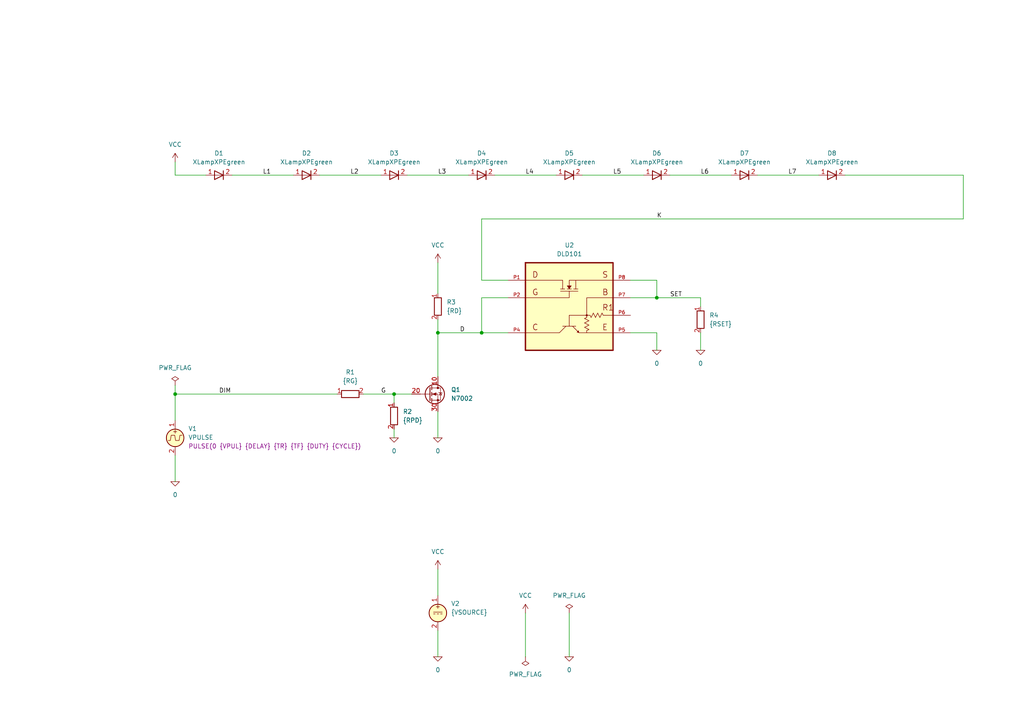
<source format=kicad_sch>
(kicad_sch
	(version 20231120)
	(generator "eeschema")
	(generator_version "8.0")
	(uuid "25f774f4-c046-4ea1-9556-097d097b699a")
	(paper "A4")
	(title_block
		(title "Linear mode current sink led driver. XP-E GREEN.")
		(date "2024-11-08")
		(rev "2")
		(company "astroelectronic@")
		(comment 1 "-")
		(comment 2 "-")
		(comment 3 "-")
		(comment 4 "AE01003101")
	)
	(lib_symbols
		(symbol "DLD101:0"
			(power)
			(pin_names
				(offset 0)
			)
			(exclude_from_sim no)
			(in_bom yes)
			(on_board yes)
			(property "Reference" "#GND"
				(at 0 -2.54 0)
				(effects
					(font
						(size 1.27 1.27)
					)
					(hide yes)
				)
			)
			(property "Value" "0"
				(at 0 -1.778 0)
				(effects
					(font
						(size 1.27 1.27)
					)
				)
			)
			(property "Footprint" ""
				(at 0 0 0)
				(effects
					(font
						(size 1.27 1.27)
					)
					(hide yes)
				)
			)
			(property "Datasheet" "~"
				(at 0 0 0)
				(effects
					(font
						(size 1.27 1.27)
					)
					(hide yes)
				)
			)
			(property "Description" "0V reference potential for simulation"
				(at 0 0 0)
				(effects
					(font
						(size 1.27 1.27)
					)
					(hide yes)
				)
			)
			(property "ki_keywords" "simulation"
				(at 0 0 0)
				(effects
					(font
						(size 1.27 1.27)
					)
					(hide yes)
				)
			)
			(symbol "0_0_1"
				(polyline
					(pts
						(xy -1.27 0) (xy 0 -1.27) (xy 1.27 0) (xy -1.27 0)
					)
					(stroke
						(width 0)
						(type default)
					)
					(fill
						(type none)
					)
				)
			)
			(symbol "0_1_1"
				(pin power_in line
					(at 0 0 0)
					(length 0) hide
					(name "0"
						(effects
							(font
								(size 1.016 1.016)
							)
						)
					)
					(number "1"
						(effects
							(font
								(size 1.016 1.016)
							)
						)
					)
				)
			)
		)
		(symbol "DLD101:DIODE"
			(pin_names
				(offset 1.016) hide)
			(exclude_from_sim no)
			(in_bom yes)
			(on_board yes)
			(property "Reference" "D"
				(at 0 2.54 0)
				(effects
					(font
						(size 1.27 1.27)
					)
				)
			)
			(property "Value" "${SIM.PARAMS}"
				(at 0 -2.54 0)
				(effects
					(font
						(size 1.27 1.27)
					)
				)
			)
			(property "Footprint" ""
				(at 0 0 0)
				(effects
					(font
						(size 1.27 1.27)
					)
					(hide yes)
				)
			)
			(property "Datasheet" "~"
				(at 0 0 0)
				(effects
					(font
						(size 1.27 1.27)
					)
					(hide yes)
				)
			)
			(property "Description" "Diode, anode on pin 1, for simulation only!"
				(at 0 0 0)
				(effects
					(font
						(size 1.27 1.27)
					)
					(hide yes)
				)
			)
			(property "Sim.Pins" "1=1 2=2"
				(at 0 0 0)
				(effects
					(font
						(size 1.27 1.27)
					)
					(hide yes)
				)
			)
			(property "Sim.Device" "SPICE"
				(at 0 0 0)
				(effects
					(font
						(size 1.27 1.27)
					)
					(justify left)
					(hide yes)
				)
			)
			(property "Sim.Params" "type=\"D\" model=\"DIODE\" lib=\"\""
				(at 0 0 0)
				(effects
					(font
						(size 1.27 1.27)
					)
					(hide yes)
				)
			)
			(property "Spice_Netlist_Enabled" "Y"
				(at 0 0 0)
				(effects
					(font
						(size 1.27 1.27)
					)
					(justify left)
					(hide yes)
				)
			)
			(property "ki_keywords" "simulation"
				(at 0 0 0)
				(effects
					(font
						(size 1.27 1.27)
					)
					(hide yes)
				)
			)
			(symbol "DIODE_0_1"
				(polyline
					(pts
						(xy 1.27 0) (xy -1.27 0)
					)
					(stroke
						(width 0)
						(type default)
					)
					(fill
						(type none)
					)
				)
				(polyline
					(pts
						(xy 1.27 1.27) (xy 1.27 -1.27)
					)
					(stroke
						(width 0.254)
						(type default)
					)
					(fill
						(type none)
					)
				)
				(polyline
					(pts
						(xy -1.27 -1.27) (xy -1.27 1.27) (xy 1.27 0) (xy -1.27 -1.27)
					)
					(stroke
						(width 0.254)
						(type default)
					)
					(fill
						(type none)
					)
				)
			)
			(symbol "DIODE_1_1"
				(pin passive line
					(at -3.81 0 0)
					(length 2.54)
					(name "A"
						(effects
							(font
								(size 1.27 1.27)
							)
						)
					)
					(number "1"
						(effects
							(font
								(size 1.27 1.27)
							)
						)
					)
				)
				(pin passive line
					(at 3.81 0 180)
					(length 2.54)
					(name "K"
						(effects
							(font
								(size 1.27 1.27)
							)
						)
					)
					(number "2"
						(effects
							(font
								(size 1.27 1.27)
							)
						)
					)
				)
			)
		)
		(symbol "DLD101:DLD101"
			(pin_names
				(offset 1.016) hide)
			(exclude_from_sim no)
			(in_bom yes)
			(on_board yes)
			(property "Reference" "U"
				(at -4.8514 14.0462 0)
				(effects
					(font
						(size 1.27 1.27)
					)
					(justify left bottom)
				)
			)
			(property "Value" "DLD101"
				(at -5.9436 -15.6972 0)
				(effects
					(font
						(size 1.27 1.27)
					)
					(justify left bottom)
				)
			)
			(property "Footprint" ""
				(at 0 -2.54 0)
				(effects
					(font
						(size 1.27 1.27)
					)
					(justify bottom)
					(hide yes)
				)
			)
			(property "Datasheet" "https://www.diodes.com/assets/Datasheets/ds32007.pdf"
				(at 0 -2.54 0)
				(effects
					(font
						(size 1.27 1.27)
					)
					(hide yes)
				)
			)
			(property "Description" ""
				(at 0 0 0)
				(effects
					(font
						(size 1.27 1.27)
					)
					(hide yes)
				)
			)
			(symbol "DLD101_0_0"
				(rectangle
					(start -12.7 -12.7)
					(end 12.7 12.7)
					(stroke
						(width 0.4064)
						(type default)
					)
					(fill
						(type background)
					)
				)
				(polyline
					(pts
						(xy -12.7 -7.62) (xy -2.8575 -7.62)
					)
					(stroke
						(width 0.1524)
						(type default)
					)
					(fill
						(type none)
					)
				)
				(polyline
					(pts
						(xy -12.7 2.54) (xy 0 2.54)
					)
					(stroke
						(width 0.1524)
						(type default)
					)
					(fill
						(type none)
					)
				)
				(polyline
					(pts
						(xy -12.7 7.62) (xy -1.905 7.62)
					)
					(stroke
						(width 0.1524)
						(type default)
					)
					(fill
						(type none)
					)
				)
				(polyline
					(pts
						(xy -2.8575 -7.62) (xy -0.9525 -5.715)
					)
					(stroke
						(width 0.1524)
						(type default)
					)
					(fill
						(type none)
					)
				)
				(polyline
					(pts
						(xy -2.54 5.08) (xy -1.27 5.08)
					)
					(stroke
						(width 0.1524)
						(type default)
					)
					(fill
						(type none)
					)
				)
				(polyline
					(pts
						(xy -1.905 -5.715) (xy -0.9525 -5.715)
					)
					(stroke
						(width 0.1524)
						(type default)
					)
					(fill
						(type none)
					)
				)
				(polyline
					(pts
						(xy -1.905 7.62) (xy -1.905 5.08)
					)
					(stroke
						(width 0.1524)
						(type default)
					)
					(fill
						(type none)
					)
				)
				(polyline
					(pts
						(xy -0.9525 -5.715) (xy 0 -5.715)
					)
					(stroke
						(width 0.1524)
						(type default)
					)
					(fill
						(type none)
					)
				)
				(polyline
					(pts
						(xy -0.635 5.08) (xy 0.635 5.08)
					)
					(stroke
						(width 0.1524)
						(type default)
					)
					(fill
						(type none)
					)
				)
				(polyline
					(pts
						(xy 0 -5.715) (xy 0.9525 -5.715)
					)
					(stroke
						(width 0.1524)
						(type default)
					)
					(fill
						(type none)
					)
				)
				(polyline
					(pts
						(xy 0 -2.54) (xy 0 -5.715)
					)
					(stroke
						(width 0.1524)
						(type default)
					)
					(fill
						(type none)
					)
				)
				(polyline
					(pts
						(xy 0 2.54) (xy 0 4.445)
					)
					(stroke
						(width 0.1524)
						(type default)
					)
					(fill
						(type none)
					)
				)
				(polyline
					(pts
						(xy 0 4.445) (xy -2.54 4.445)
					)
					(stroke
						(width 0.1524)
						(type default)
					)
					(fill
						(type none)
					)
				)
				(polyline
					(pts
						(xy 0 4.445) (xy 2.54 4.445)
					)
					(stroke
						(width 0.1524)
						(type default)
					)
					(fill
						(type none)
					)
				)
				(polyline
					(pts
						(xy 0 7.62) (xy 0 5.715)
					)
					(stroke
						(width 0.1524)
						(type default)
					)
					(fill
						(type none)
					)
				)
				(polyline
					(pts
						(xy 0 7.62) (xy 12.7 7.62)
					)
					(stroke
						(width 0.1524)
						(type default)
					)
					(fill
						(type none)
					)
				)
				(polyline
					(pts
						(xy 0.9525 -5.715) (xy 1.905 -5.715)
					)
					(stroke
						(width 0.1524)
						(type default)
					)
					(fill
						(type none)
					)
				)
				(polyline
					(pts
						(xy 0.9525 -5.715) (xy 2.54 -7.3025)
					)
					(stroke
						(width 0.1524)
						(type default)
					)
					(fill
						(type none)
					)
				)
				(polyline
					(pts
						(xy 1.27 5.08) (xy 2.54 5.08)
					)
					(stroke
						(width 0.1524)
						(type default)
					)
					(fill
						(type none)
					)
				)
				(polyline
					(pts
						(xy 1.905 7.62) (xy 1.905 5.08)
					)
					(stroke
						(width 0.1524)
						(type default)
					)
					(fill
						(type none)
					)
				)
				(polyline
					(pts
						(xy 4.445 -6.0325) (xy 5.715 -6.6675)
					)
					(stroke
						(width 0.1524)
						(type default)
					)
					(fill
						(type none)
					)
				)
				(polyline
					(pts
						(xy 4.445 -4.7625) (xy 5.715 -5.3975)
					)
					(stroke
						(width 0.1524)
						(type default)
					)
					(fill
						(type none)
					)
				)
				(polyline
					(pts
						(xy 4.445 -3.4925) (xy 5.715 -4.1275)
					)
					(stroke
						(width 0.1524)
						(type default)
					)
					(fill
						(type none)
					)
				)
				(polyline
					(pts
						(xy 5.08 -7.62) (xy 2.8575 -7.62)
					)
					(stroke
						(width 0.1524)
						(type default)
					)
					(fill
						(type none)
					)
				)
				(polyline
					(pts
						(xy 5.08 -6.985) (xy 5.08 -7.62)
					)
					(stroke
						(width 0.1524)
						(type default)
					)
					(fill
						(type none)
					)
				)
				(polyline
					(pts
						(xy 5.08 -3.175) (xy 4.445 -3.4925)
					)
					(stroke
						(width 0.1524)
						(type default)
					)
					(fill
						(type none)
					)
				)
				(polyline
					(pts
						(xy 5.08 -2.54) (xy 0 -2.54)
					)
					(stroke
						(width 0.1524)
						(type default)
					)
					(fill
						(type none)
					)
				)
				(polyline
					(pts
						(xy 5.08 -2.54) (xy 5.08 -3.175)
					)
					(stroke
						(width 0.1524)
						(type default)
					)
					(fill
						(type none)
					)
				)
				(polyline
					(pts
						(xy 5.08 2.54) (xy 5.08 -2.54)
					)
					(stroke
						(width 0.1524)
						(type default)
					)
					(fill
						(type none)
					)
				)
				(polyline
					(pts
						(xy 5.715 -6.6675) (xy 5.08 -6.985)
					)
					(stroke
						(width 0.1524)
						(type default)
					)
					(fill
						(type none)
					)
				)
				(polyline
					(pts
						(xy 5.715 -5.3975) (xy 4.445 -6.0325)
					)
					(stroke
						(width 0.1524)
						(type default)
					)
					(fill
						(type none)
					)
				)
				(polyline
					(pts
						(xy 5.715 -4.1275) (xy 4.445 -4.7625)
					)
					(stroke
						(width 0.1524)
						(type default)
					)
					(fill
						(type none)
					)
				)
				(polyline
					(pts
						(xy 6.0325 -2.54) (xy 5.08 -2.54)
					)
					(stroke
						(width 0.1524)
						(type default)
					)
					(fill
						(type none)
					)
				)
				(polyline
					(pts
						(xy 6.35 -3.175) (xy 6.0325 -2.54)
					)
					(stroke
						(width 0.1524)
						(type default)
					)
					(fill
						(type none)
					)
				)
				(polyline
					(pts
						(xy 6.985 -1.905) (xy 6.35 -3.175)
					)
					(stroke
						(width 0.1524)
						(type default)
					)
					(fill
						(type none)
					)
				)
				(polyline
					(pts
						(xy 7.62 -3.175) (xy 6.985 -1.905)
					)
					(stroke
						(width 0.1524)
						(type default)
					)
					(fill
						(type none)
					)
				)
				(polyline
					(pts
						(xy 8.255 -1.905) (xy 7.62 -3.175)
					)
					(stroke
						(width 0.1524)
						(type default)
					)
					(fill
						(type none)
					)
				)
				(polyline
					(pts
						(xy 8.89 -3.175) (xy 8.255 -1.905)
					)
					(stroke
						(width 0.1524)
						(type default)
					)
					(fill
						(type none)
					)
				)
				(polyline
					(pts
						(xy 9.525 -1.905) (xy 8.89 -3.175)
					)
					(stroke
						(width 0.1524)
						(type default)
					)
					(fill
						(type none)
					)
				)
				(polyline
					(pts
						(xy 9.8425 -2.54) (xy 9.525 -1.905)
					)
					(stroke
						(width 0.1524)
						(type default)
					)
					(fill
						(type none)
					)
				)
				(polyline
					(pts
						(xy 12.5412 -7.62) (xy 5.08 -7.62)
					)
					(stroke
						(width 0.1524)
						(type default)
					)
					(fill
						(type none)
					)
				)
				(polyline
					(pts
						(xy 12.7 -2.54) (xy 9.8425 -2.54)
					)
					(stroke
						(width 0.1524)
						(type default)
					)
					(fill
						(type none)
					)
				)
				(polyline
					(pts
						(xy 12.7 2.54) (xy 5.08 2.54)
					)
					(stroke
						(width 0.1524)
						(type default)
					)
					(fill
						(type none)
					)
				)
				(polyline
					(pts
						(xy -0.635 6.0325) (xy 0 5.08) (xy 0.635 6.0325) (xy -0.635 6.0325)
					)
					(stroke
						(width 0.01)
						(type default)
					)
					(fill
						(type outline)
					)
				)
				(polyline
					(pts
						(xy 2.8575 -7.62) (xy 2.6988 -6.985) (xy 2.2225 -7.4613) (xy 2.8575 -7.62)
					)
					(stroke
						(width 0.01)
						(type default)
					)
					(fill
						(type outline)
					)
				)
				(circle
					(center 5.08 -2.54)
					(radius 0.1588)
					(stroke
						(width 0.1524)
						(type default)
					)
					(fill
						(type none)
					)
				)
				(circle
					(center 5.08 -2.54)
					(radius 0.2245)
					(stroke
						(width 0.1524)
						(type default)
					)
					(fill
						(type none)
					)
				)
				(text "B"
					(at 9.525 3.175 0)
					(effects
						(font
							(size 1.6764 1.6764)
						)
						(justify left bottom)
					)
				)
				(text "C"
					(at -10.795 -6.985 0)
					(effects
						(font
							(size 1.6764 1.6764)
						)
						(justify left bottom)
					)
				)
				(text "D"
					(at -10.795 8.255 0)
					(effects
						(font
							(size 1.6764 1.6764)
						)
						(justify left bottom)
					)
				)
				(text "E"
					(at 9.525 -6.985 0)
					(effects
						(font
							(size 1.6764 1.6764)
						)
						(justify left bottom)
					)
				)
				(text "G"
					(at -10.795 3.175 0)
					(effects
						(font
							(size 1.6764 1.6764)
						)
						(justify left bottom)
					)
				)
				(text "R1"
					(at 9.525 -1.27 0)
					(effects
						(font
							(size 1.6764 1.6764)
						)
						(justify left bottom)
					)
				)
				(text "S"
					(at 9.525 8.255 0)
					(effects
						(font
							(size 1.6764 1.6764)
						)
						(justify left bottom)
					)
				)
				(pin passive line
					(at -17.78 7.62 0)
					(length 5.08)
					(name "D"
						(effects
							(font
								(size 1.016 1.016)
							)
						)
					)
					(number "P1"
						(effects
							(font
								(size 1.016 1.016)
							)
						)
					)
				)
				(pin passive line
					(at -17.78 2.54 0)
					(length 5.08)
					(name "G"
						(effects
							(font
								(size 1.016 1.016)
							)
						)
					)
					(number "P2"
						(effects
							(font
								(size 1.016 1.016)
							)
						)
					)
				)
				(pin passive line
					(at -17.78 -7.62 0)
					(length 5.08)
					(name "C"
						(effects
							(font
								(size 1.016 1.016)
							)
						)
					)
					(number "P4"
						(effects
							(font
								(size 1.016 1.016)
							)
						)
					)
				)
				(pin passive line
					(at 17.78 -7.62 180)
					(length 5.08)
					(name "E"
						(effects
							(font
								(size 1.016 1.016)
							)
						)
					)
					(number "P5"
						(effects
							(font
								(size 1.016 1.016)
							)
						)
					)
				)
				(pin passive line
					(at 17.78 -2.54 180)
					(length 5.08)
					(name "R1"
						(effects
							(font
								(size 1.016 1.016)
							)
						)
					)
					(number "P6"
						(effects
							(font
								(size 1.016 1.016)
							)
						)
					)
				)
				(pin passive line
					(at 17.78 2.54 180)
					(length 5.08)
					(name "B"
						(effects
							(font
								(size 1.016 1.016)
							)
						)
					)
					(number "P7"
						(effects
							(font
								(size 1.016 1.016)
							)
						)
					)
				)
				(pin passive line
					(at 17.78 7.62 180)
					(length 5.08)
					(name "S"
						(effects
							(font
								(size 1.016 1.016)
							)
						)
					)
					(number "P8"
						(effects
							(font
								(size 1.016 1.016)
							)
						)
					)
				)
			)
		)
		(symbol "DLD101:N7002"
			(pin_names
				(offset 0) hide)
			(exclude_from_sim no)
			(in_bom yes)
			(on_board yes)
			(property "Reference" "Q"
				(at 5.08 1.27 0)
				(effects
					(font
						(size 1.27 1.27)
					)
					(justify left)
				)
			)
			(property "Value" "N7002"
				(at 5.08 -1.27 0)
				(effects
					(font
						(size 1.27 1.27)
					)
					(justify left)
				)
			)
			(property "Footprint" ""
				(at 5.08 2.54 0)
				(effects
					(font
						(size 1.27 1.27)
					)
					(hide yes)
				)
			)
			(property "Datasheet" "~"
				(at 0 0 0)
				(effects
					(font
						(size 1.27 1.27)
					)
					(hide yes)
				)
			)
			(property "Description" "N-MOSFET transistor, drain/gate/source"
				(at 0 0 0)
				(effects
					(font
						(size 1.27 1.27)
					)
					(hide yes)
				)
			)
			(property "ki_keywords" "transistor NMOS N-MOS N-MOSFET"
				(at 0 0 0)
				(effects
					(font
						(size 1.27 1.27)
					)
					(hide yes)
				)
			)
			(symbol "N7002_0_1"
				(polyline
					(pts
						(xy 0.254 0) (xy -2.54 0)
					)
					(stroke
						(width 0)
						(type default)
					)
					(fill
						(type none)
					)
				)
				(polyline
					(pts
						(xy 0.254 1.905) (xy 0.254 -1.905)
					)
					(stroke
						(width 0.254)
						(type default)
					)
					(fill
						(type none)
					)
				)
				(polyline
					(pts
						(xy 0.762 -1.27) (xy 0.762 -2.286)
					)
					(stroke
						(width 0.254)
						(type default)
					)
					(fill
						(type none)
					)
				)
				(polyline
					(pts
						(xy 0.762 0.508) (xy 0.762 -0.508)
					)
					(stroke
						(width 0.254)
						(type default)
					)
					(fill
						(type none)
					)
				)
				(polyline
					(pts
						(xy 0.762 2.286) (xy 0.762 1.27)
					)
					(stroke
						(width 0.254)
						(type default)
					)
					(fill
						(type none)
					)
				)
				(polyline
					(pts
						(xy 2.54 2.54) (xy 2.54 1.778)
					)
					(stroke
						(width 0)
						(type default)
					)
					(fill
						(type none)
					)
				)
				(polyline
					(pts
						(xy 2.54 -2.54) (xy 2.54 0) (xy 0.762 0)
					)
					(stroke
						(width 0)
						(type default)
					)
					(fill
						(type none)
					)
				)
				(polyline
					(pts
						(xy 0.762 -1.778) (xy 3.302 -1.778) (xy 3.302 1.778) (xy 0.762 1.778)
					)
					(stroke
						(width 0)
						(type default)
					)
					(fill
						(type none)
					)
				)
				(polyline
					(pts
						(xy 1.016 0) (xy 2.032 0.381) (xy 2.032 -0.381) (xy 1.016 0)
					)
					(stroke
						(width 0)
						(type default)
					)
					(fill
						(type outline)
					)
				)
				(polyline
					(pts
						(xy 2.794 0.508) (xy 2.921 0.381) (xy 3.683 0.381) (xy 3.81 0.254)
					)
					(stroke
						(width 0)
						(type default)
					)
					(fill
						(type none)
					)
				)
				(polyline
					(pts
						(xy 3.302 0.381) (xy 2.921 -0.254) (xy 3.683 -0.254) (xy 3.302 0.381)
					)
					(stroke
						(width 0)
						(type default)
					)
					(fill
						(type none)
					)
				)
				(circle
					(center 1.651 0)
					(radius 2.794)
					(stroke
						(width 0.254)
						(type default)
					)
					(fill
						(type none)
					)
				)
				(circle
					(center 2.54 -1.778)
					(radius 0.254)
					(stroke
						(width 0)
						(type default)
					)
					(fill
						(type outline)
					)
				)
				(circle
					(center 2.54 1.778)
					(radius 0.254)
					(stroke
						(width 0)
						(type default)
					)
					(fill
						(type outline)
					)
				)
			)
			(symbol "N7002_1_1"
				(pin passive line
					(at 2.54 5.08 270)
					(length 2.54)
					(name "D"
						(effects
							(font
								(size 1.27 1.27)
							)
						)
					)
					(number "10"
						(effects
							(font
								(size 1.27 1.27)
							)
						)
					)
				)
				(pin passive line
					(at -5.08 0 0)
					(length 2.54)
					(name "G"
						(effects
							(font
								(size 1.27 1.27)
							)
						)
					)
					(number "20"
						(effects
							(font
								(size 1.27 1.27)
							)
						)
					)
				)
				(pin passive line
					(at 2.54 -5.08 90)
					(length 2.54)
					(name "S"
						(effects
							(font
								(size 1.27 1.27)
							)
						)
					)
					(number "30"
						(effects
							(font
								(size 1.27 1.27)
							)
						)
					)
				)
			)
		)
		(symbol "DLD101:PWR_FLAG"
			(power)
			(pin_numbers hide)
			(pin_names
				(offset 0) hide)
			(exclude_from_sim no)
			(in_bom yes)
			(on_board yes)
			(property "Reference" "#FLG"
				(at 0 1.905 0)
				(effects
					(font
						(size 1.27 1.27)
					)
					(hide yes)
				)
			)
			(property "Value" "PWR_FLAG"
				(at 0 3.81 0)
				(effects
					(font
						(size 1.27 1.27)
					)
				)
			)
			(property "Footprint" ""
				(at 0 0 0)
				(effects
					(font
						(size 1.27 1.27)
					)
					(hide yes)
				)
			)
			(property "Datasheet" "~"
				(at 0 0 0)
				(effects
					(font
						(size 1.27 1.27)
					)
					(hide yes)
				)
			)
			(property "Description" "Special symbol for telling ERC where power comes from"
				(at 0 0 0)
				(effects
					(font
						(size 1.27 1.27)
					)
					(hide yes)
				)
			)
			(property "ki_keywords" "flag power"
				(at 0 0 0)
				(effects
					(font
						(size 1.27 1.27)
					)
					(hide yes)
				)
			)
			(symbol "PWR_FLAG_0_0"
				(pin power_out line
					(at 0 0 90)
					(length 0)
					(name "pwr"
						(effects
							(font
								(size 1.27 1.27)
							)
						)
					)
					(number "1"
						(effects
							(font
								(size 1.27 1.27)
							)
						)
					)
				)
			)
			(symbol "PWR_FLAG_0_1"
				(polyline
					(pts
						(xy 0 0) (xy 0 1.27) (xy -1.016 1.905) (xy 0 2.54) (xy 1.016 1.905) (xy 0 1.27)
					)
					(stroke
						(width 0)
						(type default)
					)
					(fill
						(type none)
					)
				)
			)
		)
		(symbol "DLD101:R"
			(pin_names
				(offset 0) hide)
			(exclude_from_sim no)
			(in_bom yes)
			(on_board yes)
			(property "Reference" "R"
				(at 2.032 0 90)
				(effects
					(font
						(size 1.27 1.27)
					)
				)
			)
			(property "Value" "R"
				(at 0 0 90)
				(effects
					(font
						(size 1.27 1.27)
					)
				)
			)
			(property "Footprint" ""
				(at -1.778 0 90)
				(effects
					(font
						(size 1.27 1.27)
					)
					(hide yes)
				)
			)
			(property "Datasheet" "~"
				(at 0 0 0)
				(effects
					(font
						(size 1.27 1.27)
					)
					(hide yes)
				)
			)
			(property "Description" "Resistor"
				(at 0 0 0)
				(effects
					(font
						(size 1.27 1.27)
					)
					(hide yes)
				)
			)
			(property "ki_keywords" "R res resistor"
				(at 0 0 0)
				(effects
					(font
						(size 1.27 1.27)
					)
					(hide yes)
				)
			)
			(property "ki_fp_filters" "R_*"
				(at 0 0 0)
				(effects
					(font
						(size 1.27 1.27)
					)
					(hide yes)
				)
			)
			(symbol "R_0_1"
				(rectangle
					(start -1.016 -2.54)
					(end 1.016 2.54)
					(stroke
						(width 0.254)
						(type default)
					)
					(fill
						(type none)
					)
				)
			)
			(symbol "R_1_1"
				(pin passive line
					(at 0 3.81 270)
					(length 1.27)
					(name "~"
						(effects
							(font
								(size 1.27 1.27)
							)
						)
					)
					(number "1"
						(effects
							(font
								(size 1.27 1.27)
							)
						)
					)
				)
				(pin passive line
					(at 0 -3.81 90)
					(length 1.27)
					(name "~"
						(effects
							(font
								(size 1.27 1.27)
							)
						)
					)
					(number "2"
						(effects
							(font
								(size 1.27 1.27)
							)
						)
					)
				)
			)
		)
		(symbol "DLD101:VCC"
			(power)
			(pin_names
				(offset 0)
			)
			(exclude_from_sim no)
			(in_bom yes)
			(on_board yes)
			(property "Reference" "#PWR"
				(at 0 -3.81 0)
				(effects
					(font
						(size 1.27 1.27)
					)
					(hide yes)
				)
			)
			(property "Value" "VCC"
				(at 0 3.81 0)
				(effects
					(font
						(size 1.27 1.27)
					)
				)
			)
			(property "Footprint" ""
				(at 0 0 0)
				(effects
					(font
						(size 1.27 1.27)
					)
					(hide yes)
				)
			)
			(property "Datasheet" ""
				(at 0 0 0)
				(effects
					(font
						(size 1.27 1.27)
					)
					(hide yes)
				)
			)
			(property "Description" "Power symbol creates a global label with name \"VCC\""
				(at 0 0 0)
				(effects
					(font
						(size 1.27 1.27)
					)
					(hide yes)
				)
			)
			(property "ki_keywords" "global power"
				(at 0 0 0)
				(effects
					(font
						(size 1.27 1.27)
					)
					(hide yes)
				)
			)
			(symbol "VCC_0_1"
				(polyline
					(pts
						(xy -0.762 1.27) (xy 0 2.54)
					)
					(stroke
						(width 0)
						(type default)
					)
					(fill
						(type none)
					)
				)
				(polyline
					(pts
						(xy 0 0) (xy 0 2.54)
					)
					(stroke
						(width 0)
						(type default)
					)
					(fill
						(type none)
					)
				)
				(polyline
					(pts
						(xy 0 2.54) (xy 0.762 1.27)
					)
					(stroke
						(width 0)
						(type default)
					)
					(fill
						(type none)
					)
				)
			)
			(symbol "VCC_1_1"
				(pin power_in line
					(at 0 0 90)
					(length 0) hide
					(name "VCC"
						(effects
							(font
								(size 1.27 1.27)
							)
						)
					)
					(number "1"
						(effects
							(font
								(size 1.27 1.27)
							)
						)
					)
				)
			)
		)
		(symbol "DLD101:VDC"
			(pin_names
				(offset 0.0254) hide)
			(exclude_from_sim no)
			(in_bom yes)
			(on_board yes)
			(property "Reference" "V"
				(at 2.54 2.54 0)
				(effects
					(font
						(size 1.27 1.27)
					)
					(justify left)
				)
			)
			(property "Value" "1"
				(at 2.54 0 0)
				(effects
					(font
						(size 1.27 1.27)
					)
					(justify left)
				)
			)
			(property "Footprint" ""
				(at 0 0 0)
				(effects
					(font
						(size 1.27 1.27)
					)
					(hide yes)
				)
			)
			(property "Datasheet" "~"
				(at 0 0 0)
				(effects
					(font
						(size 1.27 1.27)
					)
					(hide yes)
				)
			)
			(property "Description" "Voltage source, DC"
				(at 0 0 0)
				(effects
					(font
						(size 1.27 1.27)
					)
					(hide yes)
				)
			)
			(property "Sim.Pins" "1=+ 2=-"
				(at 0 0 0)
				(effects
					(font
						(size 1.27 1.27)
					)
					(hide yes)
				)
			)
			(property "Sim.Type" "DC"
				(at 0 0 0)
				(effects
					(font
						(size 1.27 1.27)
					)
					(hide yes)
				)
			)
			(property "Sim.Device" "V"
				(at 0 0 0)
				(effects
					(font
						(size 1.27 1.27)
					)
					(justify left)
					(hide yes)
				)
			)
			(property "Spice_Netlist_Enabled" "Y"
				(at 0 0 0)
				(effects
					(font
						(size 1.27 1.27)
					)
					(justify left)
					(hide yes)
				)
			)
			(property "ki_keywords" "simulation"
				(at 0 0 0)
				(effects
					(font
						(size 1.27 1.27)
					)
					(hide yes)
				)
			)
			(symbol "VDC_0_0"
				(polyline
					(pts
						(xy -1.27 0.254) (xy 1.27 0.254)
					)
					(stroke
						(width 0)
						(type default)
					)
					(fill
						(type none)
					)
				)
				(polyline
					(pts
						(xy -0.762 -0.254) (xy -1.27 -0.254)
					)
					(stroke
						(width 0)
						(type default)
					)
					(fill
						(type none)
					)
				)
				(polyline
					(pts
						(xy 0.254 -0.254) (xy -0.254 -0.254)
					)
					(stroke
						(width 0)
						(type default)
					)
					(fill
						(type none)
					)
				)
				(polyline
					(pts
						(xy 1.27 -0.254) (xy 0.762 -0.254)
					)
					(stroke
						(width 0)
						(type default)
					)
					(fill
						(type none)
					)
				)
				(text "+"
					(at 0 1.905 0)
					(effects
						(font
							(size 1.27 1.27)
						)
					)
				)
			)
			(symbol "VDC_0_1"
				(circle
					(center 0 0)
					(radius 2.54)
					(stroke
						(width 0.254)
						(type default)
					)
					(fill
						(type background)
					)
				)
			)
			(symbol "VDC_1_1"
				(pin passive line
					(at 0 5.08 270)
					(length 2.54)
					(name "~"
						(effects
							(font
								(size 1.27 1.27)
							)
						)
					)
					(number "1"
						(effects
							(font
								(size 1.27 1.27)
							)
						)
					)
				)
				(pin passive line
					(at 0 -5.08 90)
					(length 2.54)
					(name "~"
						(effects
							(font
								(size 1.27 1.27)
							)
						)
					)
					(number "2"
						(effects
							(font
								(size 1.27 1.27)
							)
						)
					)
				)
			)
		)
		(symbol "DLD101:VPULSE"
			(pin_names
				(offset 0.0254) hide)
			(exclude_from_sim no)
			(in_bom yes)
			(on_board yes)
			(property "Reference" "V"
				(at 2.54 2.54 0)
				(effects
					(font
						(size 1.27 1.27)
					)
					(justify left)
				)
			)
			(property "Value" "VPULSE"
				(at 2.54 0 0)
				(effects
					(font
						(size 1.27 1.27)
					)
					(justify left)
				)
			)
			(property "Footprint" ""
				(at 0 0 0)
				(effects
					(font
						(size 1.27 1.27)
					)
					(hide yes)
				)
			)
			(property "Datasheet" "~"
				(at 0 0 0)
				(effects
					(font
						(size 1.27 1.27)
					)
					(hide yes)
				)
			)
			(property "Description" "Voltage source, pulse"
				(at 0 0 0)
				(effects
					(font
						(size 1.27 1.27)
					)
					(hide yes)
				)
			)
			(property "Sim.Pins" "1=+ 2=-"
				(at 0 0 0)
				(effects
					(font
						(size 1.27 1.27)
					)
					(hide yes)
				)
			)
			(property "Sim.Type" "PULSE"
				(at 0 0 0)
				(effects
					(font
						(size 1.27 1.27)
					)
					(hide yes)
				)
			)
			(property "Sim.Device" "V"
				(at 0 0 0)
				(effects
					(font
						(size 1.27 1.27)
					)
					(justify left)
					(hide yes)
				)
			)
			(property "Sim.Params" "y1=0 y2=1 td=2n tr=2n tf=2n tw=50n per=100n"
				(at 2.54 -2.54 0)
				(effects
					(font
						(size 1.27 1.27)
					)
					(justify left)
				)
			)
			(property "Spice_Netlist_Enabled" "Y"
				(at 0 0 0)
				(effects
					(font
						(size 1.27 1.27)
					)
					(justify left)
					(hide yes)
				)
			)
			(property "ki_keywords" "simulation"
				(at 0 0 0)
				(effects
					(font
						(size 1.27 1.27)
					)
					(hide yes)
				)
			)
			(symbol "VPULSE_0_0"
				(polyline
					(pts
						(xy -2.032 -0.762) (xy -1.397 -0.762) (xy -1.143 0.762) (xy -0.127 0.762) (xy 0.127 -0.762) (xy 1.143 -0.762)
						(xy 1.397 0.762) (xy 2.032 0.762)
					)
					(stroke
						(width 0)
						(type default)
					)
					(fill
						(type none)
					)
				)
				(text "+"
					(at 0 1.905 0)
					(effects
						(font
							(size 1.27 1.27)
						)
					)
				)
			)
			(symbol "VPULSE_0_1"
				(circle
					(center 0 0)
					(radius 2.54)
					(stroke
						(width 0.254)
						(type default)
					)
					(fill
						(type background)
					)
				)
			)
			(symbol "VPULSE_1_1"
				(pin passive line
					(at 0 5.08 270)
					(length 2.54)
					(name "~"
						(effects
							(font
								(size 1.27 1.27)
							)
						)
					)
					(number "1"
						(effects
							(font
								(size 1.27 1.27)
							)
						)
					)
				)
				(pin passive line
					(at 0 -5.08 90)
					(length 2.54)
					(name "~"
						(effects
							(font
								(size 1.27 1.27)
							)
						)
					)
					(number "2"
						(effects
							(font
								(size 1.27 1.27)
							)
						)
					)
				)
			)
		)
		(symbol "R_1"
			(pin_names
				(offset 0) hide)
			(exclude_from_sim no)
			(in_bom yes)
			(on_board yes)
			(property "Reference" "R"
				(at 2.032 0 90)
				(effects
					(font
						(size 1.27 1.27)
					)
				)
			)
			(property "Value" "R_1"
				(at 0 0 90)
				(effects
					(font
						(size 1.27 1.27)
					)
				)
			)
			(property "Footprint" ""
				(at -1.778 0 90)
				(effects
					(font
						(size 1.27 1.27)
					)
					(hide yes)
				)
			)
			(property "Datasheet" "~"
				(at 0 0 0)
				(effects
					(font
						(size 1.27 1.27)
					)
					(hide yes)
				)
			)
			(property "Description" "Resistor"
				(at 0 0 0)
				(effects
					(font
						(size 1.27 1.27)
					)
					(hide yes)
				)
			)
			(property "ki_keywords" "R res resistor"
				(at 0 0 0)
				(effects
					(font
						(size 1.27 1.27)
					)
					(hide yes)
				)
			)
			(property "ki_fp_filters" "R_*"
				(at 0 0 0)
				(effects
					(font
						(size 1.27 1.27)
					)
					(hide yes)
				)
			)
			(symbol "R_1_0_1"
				(rectangle
					(start -1.016 -2.54)
					(end 1.016 2.54)
					(stroke
						(width 0.254)
						(type default)
					)
					(fill
						(type none)
					)
				)
			)
			(symbol "R_1_1_1"
				(pin passive line
					(at 0 3.81 270)
					(length 1.27)
					(name "~"
						(effects
							(font
								(size 1.27 1.27)
							)
						)
					)
					(number "1"
						(effects
							(font
								(size 1.27 1.27)
							)
						)
					)
				)
				(pin passive line
					(at 0 -3.81 90)
					(length 1.27)
					(name "~"
						(effects
							(font
								(size 1.27 1.27)
							)
						)
					)
					(number "2"
						(effects
							(font
								(size 1.27 1.27)
							)
						)
					)
				)
			)
		)
		(symbol "R_2"
			(pin_names
				(offset 0) hide)
			(exclude_from_sim no)
			(in_bom yes)
			(on_board yes)
			(property "Reference" "R"
				(at 2.032 0 90)
				(effects
					(font
						(size 1.27 1.27)
					)
				)
			)
			(property "Value" "R_2"
				(at 0 0 90)
				(effects
					(font
						(size 1.27 1.27)
					)
				)
			)
			(property "Footprint" ""
				(at -1.778 0 90)
				(effects
					(font
						(size 1.27 1.27)
					)
					(hide yes)
				)
			)
			(property "Datasheet" "~"
				(at 0 0 0)
				(effects
					(font
						(size 1.27 1.27)
					)
					(hide yes)
				)
			)
			(property "Description" "Resistor"
				(at 0 0 0)
				(effects
					(font
						(size 1.27 1.27)
					)
					(hide yes)
				)
			)
			(property "ki_keywords" "R res resistor"
				(at 0 0 0)
				(effects
					(font
						(size 1.27 1.27)
					)
					(hide yes)
				)
			)
			(property "ki_fp_filters" "R_*"
				(at 0 0 0)
				(effects
					(font
						(size 1.27 1.27)
					)
					(hide yes)
				)
			)
			(symbol "R_2_0_1"
				(rectangle
					(start -1.016 -2.54)
					(end 1.016 2.54)
					(stroke
						(width 0.254)
						(type default)
					)
					(fill
						(type none)
					)
				)
			)
			(symbol "R_2_1_1"
				(pin passive line
					(at 0 3.81 270)
					(length 1.27)
					(name "~"
						(effects
							(font
								(size 1.27 1.27)
							)
						)
					)
					(number "1"
						(effects
							(font
								(size 1.27 1.27)
							)
						)
					)
				)
				(pin passive line
					(at 0 -3.81 90)
					(length 1.27)
					(name "~"
						(effects
							(font
								(size 1.27 1.27)
							)
						)
					)
					(number "2"
						(effects
							(font
								(size 1.27 1.27)
							)
						)
					)
				)
			)
		)
		(symbol "R_3"
			(pin_names
				(offset 0) hide)
			(exclude_from_sim no)
			(in_bom yes)
			(on_board yes)
			(property "Reference" "R"
				(at 2.032 0 90)
				(effects
					(font
						(size 1.27 1.27)
					)
				)
			)
			(property "Value" "R_3"
				(at 0 0 90)
				(effects
					(font
						(size 1.27 1.27)
					)
				)
			)
			(property "Footprint" ""
				(at -1.778 0 90)
				(effects
					(font
						(size 1.27 1.27)
					)
					(hide yes)
				)
			)
			(property "Datasheet" "~"
				(at 0 0 0)
				(effects
					(font
						(size 1.27 1.27)
					)
					(hide yes)
				)
			)
			(property "Description" "Resistor"
				(at 0 0 0)
				(effects
					(font
						(size 1.27 1.27)
					)
					(hide yes)
				)
			)
			(property "ki_keywords" "R res resistor"
				(at 0 0 0)
				(effects
					(font
						(size 1.27 1.27)
					)
					(hide yes)
				)
			)
			(property "ki_fp_filters" "R_*"
				(at 0 0 0)
				(effects
					(font
						(size 1.27 1.27)
					)
					(hide yes)
				)
			)
			(symbol "R_3_0_1"
				(rectangle
					(start -1.016 -2.54)
					(end 1.016 2.54)
					(stroke
						(width 0.254)
						(type default)
					)
					(fill
						(type none)
					)
				)
			)
			(symbol "R_3_1_1"
				(pin passive line
					(at 0 3.81 270)
					(length 1.27)
					(name "~"
						(effects
							(font
								(size 1.27 1.27)
							)
						)
					)
					(number "1"
						(effects
							(font
								(size 1.27 1.27)
							)
						)
					)
				)
				(pin passive line
					(at 0 -3.81 90)
					(length 1.27)
					(name "~"
						(effects
							(font
								(size 1.27 1.27)
							)
						)
					)
					(number "2"
						(effects
							(font
								(size 1.27 1.27)
							)
						)
					)
				)
			)
		)
	)
	(junction
		(at 50.8 114.3)
		(diameter 0)
		(color 0 0 0 0)
		(uuid "1dc045e2-8d9b-4ad7-89e1-c9629b863d56")
	)
	(junction
		(at 127 96.52)
		(diameter 0)
		(color 0 0 0 0)
		(uuid "231a8690-cf3d-4bbe-9d8e-16562d9a55c6")
	)
	(junction
		(at 139.7 96.52)
		(diameter 0)
		(color 0 0 0 0)
		(uuid "27f9e265-03c6-4bac-a21e-9af9f933f901")
	)
	(junction
		(at 190.5 86.36)
		(diameter 0)
		(color 0 0 0 0)
		(uuid "6886c089-6247-4938-ad23-59712fd668e3")
	)
	(junction
		(at 114.3 114.3)
		(diameter 0)
		(color 0 0 0 0)
		(uuid "6cd8b069-8800-4ee0-b9aa-cfbd9109d0f0")
	)
	(wire
		(pts
			(xy 50.8 111.76) (xy 50.8 114.3)
		)
		(stroke
			(width 0)
			(type default)
		)
		(uuid "03a4fe2f-66bb-4154-98ef-362501fa36ca")
	)
	(wire
		(pts
			(xy 245.11 50.8) (xy 279.4 50.8)
		)
		(stroke
			(width 0)
			(type default)
		)
		(uuid "0fb3a15b-52e6-4de2-a6f9-8c60178c90c4")
	)
	(wire
		(pts
			(xy 67.31 50.8) (xy 85.09 50.8)
		)
		(stroke
			(width 0)
			(type default)
		)
		(uuid "1b0e78ee-79c6-4f5a-980d-aed5aacd5817")
	)
	(wire
		(pts
			(xy 114.3 114.3) (xy 114.3 116.84)
		)
		(stroke
			(width 0)
			(type default)
		)
		(uuid "1bfb3656-26ae-4c50-861f-dc74eb760e0c")
	)
	(wire
		(pts
			(xy 139.7 96.52) (xy 139.7 86.36)
		)
		(stroke
			(width 0)
			(type default)
		)
		(uuid "1f89ee33-b2cf-4495-8dd3-d408a9f1ee1b")
	)
	(wire
		(pts
			(xy 165.1 177.8) (xy 165.1 190.5)
		)
		(stroke
			(width 0)
			(type default)
		)
		(uuid "1f96e181-3c8f-46ee-a288-77b61be7168e")
	)
	(wire
		(pts
			(xy 168.91 50.8) (xy 186.69 50.8)
		)
		(stroke
			(width 0)
			(type default)
		)
		(uuid "21434efd-a69f-4824-989e-7733b1efec3d")
	)
	(wire
		(pts
			(xy 127 96.52) (xy 127 109.22)
		)
		(stroke
			(width 0)
			(type default)
		)
		(uuid "254fcee0-2db6-496c-a5fa-f45b0ca68cf8")
	)
	(wire
		(pts
			(xy 190.5 96.52) (xy 190.5 101.6)
		)
		(stroke
			(width 0)
			(type default)
		)
		(uuid "2daa0931-a134-4bd5-8b21-285c1853fb38")
	)
	(wire
		(pts
			(xy 50.8 114.3) (xy 50.8 121.92)
		)
		(stroke
			(width 0)
			(type default)
		)
		(uuid "35dfef20-bec8-43b6-a243-bd2d11587ba2")
	)
	(wire
		(pts
			(xy 139.7 63.5) (xy 279.4 63.5)
		)
		(stroke
			(width 0)
			(type default)
		)
		(uuid "3ab1e50b-9dc1-49a7-b1ce-fd23ba87795f")
	)
	(wire
		(pts
			(xy 147.32 96.52) (xy 139.7 96.52)
		)
		(stroke
			(width 0)
			(type default)
		)
		(uuid "43cd9558-61f3-4312-b62d-a29f2caa25f4")
	)
	(wire
		(pts
			(xy 118.11 50.8) (xy 135.89 50.8)
		)
		(stroke
			(width 0)
			(type default)
		)
		(uuid "449d9536-f1bd-400e-b134-799e3619847d")
	)
	(wire
		(pts
			(xy 203.2 96.52) (xy 203.2 101.6)
		)
		(stroke
			(width 0)
			(type default)
		)
		(uuid "4a7fa1cf-a265-4736-85ba-02228d24908f")
	)
	(wire
		(pts
			(xy 182.88 81.28) (xy 190.5 81.28)
		)
		(stroke
			(width 0)
			(type default)
		)
		(uuid "50b38ee5-ff5d-460e-a9f1-22333acc1f92")
	)
	(wire
		(pts
			(xy 127 182.88) (xy 127 190.5)
		)
		(stroke
			(width 0)
			(type default)
		)
		(uuid "51efd524-00ea-4442-85e0-e126baf675a2")
	)
	(wire
		(pts
			(xy 50.8 46.99) (xy 50.8 50.8)
		)
		(stroke
			(width 0)
			(type default)
		)
		(uuid "567d84b3-d5f1-4a33-aa16-7c2ac62096d6")
	)
	(wire
		(pts
			(xy 127 76.2) (xy 127 85.09)
		)
		(stroke
			(width 0)
			(type default)
		)
		(uuid "5d8c6a48-25c6-442d-a141-9cb564c86dd2")
	)
	(wire
		(pts
			(xy 127 165.1) (xy 127 172.72)
		)
		(stroke
			(width 0)
			(type default)
		)
		(uuid "6869d0c1-c208-4d10-8a38-b280c19458e0")
	)
	(wire
		(pts
			(xy 114.3 124.46) (xy 114.3 127)
		)
		(stroke
			(width 0)
			(type default)
		)
		(uuid "783f7fad-72fb-41e1-b7a9-dbb326073d48")
	)
	(wire
		(pts
			(xy 127 119.38) (xy 127 127)
		)
		(stroke
			(width 0)
			(type default)
		)
		(uuid "79b7a47a-6a0e-486c-9a4f-921d1e30812a")
	)
	(wire
		(pts
			(xy 59.69 50.8) (xy 50.8 50.8)
		)
		(stroke
			(width 0)
			(type default)
		)
		(uuid "7c9c50a3-28b2-4060-8162-2f2cc5e81252")
	)
	(wire
		(pts
			(xy 152.4 177.8) (xy 152.4 190.5)
		)
		(stroke
			(width 0)
			(type default)
		)
		(uuid "7cec2764-f974-4683-9f71-d5a3244bd226")
	)
	(wire
		(pts
			(xy 139.7 81.28) (xy 147.32 81.28)
		)
		(stroke
			(width 0)
			(type default)
		)
		(uuid "7de2846a-c4fd-426e-93da-751bc3627294")
	)
	(wire
		(pts
			(xy 114.3 114.3) (xy 119.38 114.3)
		)
		(stroke
			(width 0)
			(type default)
		)
		(uuid "8e608537-db76-49ec-8ce1-589b2f437cd7")
	)
	(wire
		(pts
			(xy 190.5 86.36) (xy 203.2 86.36)
		)
		(stroke
			(width 0)
			(type default)
		)
		(uuid "9aae6465-2075-4417-b914-ff636d75afcc")
	)
	(wire
		(pts
			(xy 105.41 114.3) (xy 114.3 114.3)
		)
		(stroke
			(width 0)
			(type default)
		)
		(uuid "a044a484-316c-4538-905e-b40631330ac8")
	)
	(wire
		(pts
			(xy 219.71 50.8) (xy 237.49 50.8)
		)
		(stroke
			(width 0)
			(type default)
		)
		(uuid "a2d95e80-b7c3-4167-b35c-c0a0c84428a6")
	)
	(wire
		(pts
			(xy 92.71 50.8) (xy 110.49 50.8)
		)
		(stroke
			(width 0)
			(type default)
		)
		(uuid "bdd2aa47-4839-4041-8952-9e38df5332e1")
	)
	(wire
		(pts
			(xy 139.7 96.52) (xy 127 96.52)
		)
		(stroke
			(width 0)
			(type default)
		)
		(uuid "bddd418b-edb8-4004-a604-2d373918c26e")
	)
	(wire
		(pts
			(xy 139.7 63.5) (xy 139.7 81.28)
		)
		(stroke
			(width 0)
			(type default)
		)
		(uuid "bf7a7315-0502-4699-928b-7899c015c8b4")
	)
	(wire
		(pts
			(xy 139.7 86.36) (xy 147.32 86.36)
		)
		(stroke
			(width 0)
			(type default)
		)
		(uuid "c0e60208-e408-4065-9ee4-557cdfb50ef7")
	)
	(wire
		(pts
			(xy 190.5 86.36) (xy 190.5 81.28)
		)
		(stroke
			(width 0)
			(type default)
		)
		(uuid "c60382b7-ca55-4b81-939a-0a88fd3c59f4")
	)
	(wire
		(pts
			(xy 182.88 96.52) (xy 190.5 96.52)
		)
		(stroke
			(width 0)
			(type default)
		)
		(uuid "cb0ec8b3-e8bf-4004-8261-8cbd77cc5e41")
	)
	(wire
		(pts
			(xy 279.4 50.8) (xy 279.4 63.5)
		)
		(stroke
			(width 0)
			(type default)
		)
		(uuid "cb302ea1-e4fa-4e8a-bb5e-12f4dfb392c0")
	)
	(wire
		(pts
			(xy 194.31 50.8) (xy 212.09 50.8)
		)
		(stroke
			(width 0)
			(type default)
		)
		(uuid "d17127bb-5e9d-4e0b-a88b-77d4c83481d8")
	)
	(wire
		(pts
			(xy 50.8 132.08) (xy 50.8 139.7)
		)
		(stroke
			(width 0)
			(type default)
		)
		(uuid "e118f7fc-fb4e-4310-86bd-73f4692ac0ba")
	)
	(wire
		(pts
			(xy 182.88 86.36) (xy 190.5 86.36)
		)
		(stroke
			(width 0)
			(type default)
		)
		(uuid "e9e8c3f8-a44a-42c2-be23-2611ee9c1b75")
	)
	(wire
		(pts
			(xy 143.51 50.8) (xy 161.29 50.8)
		)
		(stroke
			(width 0)
			(type default)
		)
		(uuid "ef4d2262-7b1d-445e-a755-af32c80301a5")
	)
	(wire
		(pts
			(xy 127 92.71) (xy 127 96.52)
		)
		(stroke
			(width 0)
			(type default)
		)
		(uuid "fd14b704-59d3-4b8d-916f-d2407d0c460f")
	)
	(wire
		(pts
			(xy 203.2 86.36) (xy 203.2 88.9)
		)
		(stroke
			(width 0)
			(type default)
		)
		(uuid "fd472fdd-d23e-40d9-a010-a8860ba972ee")
	)
	(wire
		(pts
			(xy 50.8 114.3) (xy 97.79 114.3)
		)
		(stroke
			(width 0)
			(type default)
		)
		(uuid "fd9ff318-8170-4b36-b411-6b5c2faa8ef1")
	)
	(label "D"
		(at 133.35 96.52 0)
		(fields_autoplaced yes)
		(effects
			(font
				(size 1.27 1.27)
			)
			(justify left bottom)
		)
		(uuid "00d28508-27a0-4b8b-95c8-6592fed589be")
	)
	(label "L6"
		(at 203.2 50.8 0)
		(fields_autoplaced yes)
		(effects
			(font
				(size 1.27 1.27)
			)
			(justify left bottom)
		)
		(uuid "3dc535ef-5d92-4c77-b4f4-788f62aba68f")
	)
	(label "L4"
		(at 152.4 50.8 0)
		(fields_autoplaced yes)
		(effects
			(font
				(size 1.27 1.27)
			)
			(justify left bottom)
		)
		(uuid "6ebbdbc2-20a0-4e9f-9828-aec6775a5326")
	)
	(label "L7"
		(at 228.6 50.8 0)
		(fields_autoplaced yes)
		(effects
			(font
				(size 1.27 1.27)
			)
			(justify left bottom)
		)
		(uuid "729d6cb6-d7ff-4500-aee4-88beb83ab7f0")
	)
	(label "G"
		(at 110.49 114.3 0)
		(fields_autoplaced yes)
		(effects
			(font
				(size 1.27 1.27)
			)
			(justify left bottom)
		)
		(uuid "8b92a73f-f7ae-469f-bf21-643b9aebd183")
	)
	(label "SET"
		(at 194.31 86.36 0)
		(fields_autoplaced yes)
		(effects
			(font
				(size 1.27 1.27)
			)
			(justify left bottom)
		)
		(uuid "8fe0e8ae-df5d-43c0-87b8-c48e67508948")
	)
	(label "DIM"
		(at 63.5 114.3 0)
		(fields_autoplaced yes)
		(effects
			(font
				(size 1.27 1.27)
			)
			(justify left bottom)
		)
		(uuid "92d1b3cd-9434-4fe1-ae7f-a07ce8ac3591")
	)
	(label "L5"
		(at 177.8 50.8 0)
		(fields_autoplaced yes)
		(effects
			(font
				(size 1.27 1.27)
			)
			(justify left bottom)
		)
		(uuid "9cd2d511-d735-4dfd-b2dd-590a5f35c8b5")
	)
	(label "K"
		(at 190.5 63.5 0)
		(fields_autoplaced yes)
		(effects
			(font
				(size 1.27 1.27)
			)
			(justify left bottom)
		)
		(uuid "b362d635-d70e-4c7b-8c68-fd715776cfc2")
	)
	(label "L2"
		(at 101.6 50.8 0)
		(fields_autoplaced yes)
		(effects
			(font
				(size 1.27 1.27)
			)
			(justify left bottom)
		)
		(uuid "bd8641a9-7b33-4a2f-93ca-c54e1f2b589b")
	)
	(label "L3"
		(at 127 50.8 0)
		(fields_autoplaced yes)
		(effects
			(font
				(size 1.27 1.27)
			)
			(justify left bottom)
		)
		(uuid "e08e8489-574f-4c02-8df8-07e9471d68e0")
	)
	(label "L1"
		(at 76.2 50.8 0)
		(fields_autoplaced yes)
		(effects
			(font
				(size 1.27 1.27)
			)
			(justify left bottom)
		)
		(uuid "e2cf0107-70ec-48c1-a12c-ca8bcac72276")
	)
	(symbol
		(lib_id "DLD101:0")
		(at 127 190.5 0)
		(unit 1)
		(exclude_from_sim no)
		(in_bom yes)
		(on_board yes)
		(dnp no)
		(fields_autoplaced yes)
		(uuid "0d59c9a3-f3c0-4d5f-8a52-60d02993ee60")
		(property "Reference" "#GND04"
			(at 127 193.04 0)
			(effects
				(font
					(size 1.27 1.27)
				)
				(hide yes)
			)
		)
		(property "Value" "0"
			(at 127 194.31 0)
			(effects
				(font
					(size 1.27 1.27)
				)
			)
		)
		(property "Footprint" ""
			(at 127 190.5 0)
			(effects
				(font
					(size 1.27 1.27)
				)
				(hide yes)
			)
		)
		(property "Datasheet" "~"
			(at 127 190.5 0)
			(effects
				(font
					(size 1.27 1.27)
				)
				(hide yes)
			)
		)
		(property "Description" ""
			(at 127 190.5 0)
			(effects
				(font
					(size 1.27 1.27)
				)
				(hide yes)
			)
		)
		(pin "1"
			(uuid "1bce97c1-1c6e-46b1-b471-f8662ff3b580")
		)
		(instances
			(project "DLD101_XPE_GREEN"
				(path "/25f774f4-c046-4ea1-9556-097d097b699a"
					(reference "#GND04")
					(unit 1)
				)
			)
		)
	)
	(symbol
		(lib_id "DLD101:VCC")
		(at 152.4 177.8 0)
		(unit 1)
		(exclude_from_sim no)
		(in_bom yes)
		(on_board yes)
		(dnp no)
		(fields_autoplaced yes)
		(uuid "1d1d870d-8ce8-45da-ac35-0bd7959f39ea")
		(property "Reference" "#PWR04"
			(at 152.4 181.61 0)
			(effects
				(font
					(size 1.27 1.27)
				)
				(hide yes)
			)
		)
		(property "Value" "VCC"
			(at 152.4 172.72 0)
			(effects
				(font
					(size 1.27 1.27)
				)
			)
		)
		(property "Footprint" ""
			(at 152.4 177.8 0)
			(effects
				(font
					(size 1.27 1.27)
				)
				(hide yes)
			)
		)
		(property "Datasheet" ""
			(at 152.4 177.8 0)
			(effects
				(font
					(size 1.27 1.27)
				)
				(hide yes)
			)
		)
		(property "Description" ""
			(at 152.4 177.8 0)
			(effects
				(font
					(size 1.27 1.27)
				)
				(hide yes)
			)
		)
		(pin "1"
			(uuid "1436ae2d-4ec0-4fa0-8d1e-3c8fe6449944")
		)
		(instances
			(project "DLD101_XPE_GREEN"
				(path "/25f774f4-c046-4ea1-9556-097d097b699a"
					(reference "#PWR04")
					(unit 1)
				)
			)
		)
	)
	(symbol
		(lib_id "DLD101:VPULSE")
		(at 50.8 127 0)
		(unit 1)
		(exclude_from_sim no)
		(in_bom yes)
		(on_board yes)
		(dnp no)
		(fields_autoplaced yes)
		(uuid "290ee0a0-5bfc-4a44-bef7-48cb18322f8d")
		(property "Reference" "V1"
			(at 54.61 124.3301 0)
			(effects
				(font
					(size 1.27 1.27)
				)
				(justify left)
			)
		)
		(property "Value" "VPULSE"
			(at 54.61 126.8701 0)
			(effects
				(font
					(size 1.27 1.27)
				)
				(justify left)
			)
		)
		(property "Footprint" ""
			(at 50.8 127 0)
			(effects
				(font
					(size 1.27 1.27)
				)
				(hide yes)
			)
		)
		(property "Datasheet" "~"
			(at 50.8 127 0)
			(effects
				(font
					(size 1.27 1.27)
				)
				(hide yes)
			)
		)
		(property "Description" ""
			(at 50.8 127 0)
			(effects
				(font
					(size 1.27 1.27)
				)
				(hide yes)
			)
		)
		(property "Sim.Device" "V"
			(at 50.8 127 0)
			(effects
				(font
					(size 1.27 1.27)
				)
				(justify left)
				(hide yes)
			)
		)
		(property "Sim.Type" "PULSE"
			(at 0 0 0)
			(effects
				(font
					(size 1.27 1.27)
				)
				(hide yes)
			)
		)
		(property "Sim.Params" "PULSE(0 {VPUL} {DELAY} {TR} {TF} {DUTY} {CYCLE})"
			(at 54.61 129.4101 0)
			(effects
				(font
					(size 1.27 1.27)
				)
				(justify left)
			)
		)
		(property "Sim.Pins" "1=+ 2=-"
			(at 0 0 0)
			(effects
				(font
					(size 1.27 1.27)
				)
				(hide yes)
			)
		)
		(pin "1"
			(uuid "d5ab232d-5014-4175-a4dd-d3198f33ed88")
		)
		(pin "2"
			(uuid "8fa6ec44-8e36-484f-92a0-f43980a265d2")
		)
		(instances
			(project "DLD101_XPE_GREEN"
				(path "/25f774f4-c046-4ea1-9556-097d097b699a"
					(reference "V1")
					(unit 1)
				)
			)
		)
	)
	(symbol
		(lib_id "DLD101:DIODE")
		(at 190.5 50.8 0)
		(unit 1)
		(exclude_from_sim no)
		(in_bom yes)
		(on_board yes)
		(dnp no)
		(fields_autoplaced yes)
		(uuid "34ee986a-a3fa-48be-9ec3-e00745570c83")
		(property "Reference" "D6"
			(at 190.5 44.45 0)
			(effects
				(font
					(size 1.27 1.27)
				)
			)
		)
		(property "Value" "XLampXPEgreen"
			(at 190.5 46.99 0)
			(effects
				(font
					(size 1.27 1.27)
				)
			)
		)
		(property "Footprint" ""
			(at 190.5 50.8 0)
			(effects
				(font
					(size 1.27 1.27)
				)
				(hide yes)
			)
		)
		(property "Datasheet" "~"
			(at 190.5 50.8 0)
			(effects
				(font
					(size 1.27 1.27)
				)
				(hide yes)
			)
		)
		(property "Description" ""
			(at 190.5 50.8 0)
			(effects
				(font
					(size 1.27 1.27)
				)
				(hide yes)
			)
		)
		(property "Sim.Device" "D"
			(at 190.5 50.8 0)
			(effects
				(font
					(size 1.27 1.27)
				)
				(justify left)
				(hide yes)
			)
		)
		(property "Sim.Pins" "1=A 2=K"
			(at 127 0 0)
			(effects
				(font
					(size 1.27 1.27)
				)
				(hide yes)
			)
		)
		(property "Sim.Library" "C:\\AE\\DLD101\\_models\\XPE_SPICE.lib"
			(at 190.5 50.8 0)
			(effects
				(font
					(size 1.27 1.27)
				)
				(hide yes)
			)
		)
		(property "Sim.Name" "XLampXPEgreen"
			(at 190.5 50.8 0)
			(effects
				(font
					(size 1.27 1.27)
				)
				(hide yes)
			)
		)
		(pin "1"
			(uuid "a9f19fad-5b2a-4774-b501-d448858f8c55")
		)
		(pin "2"
			(uuid "e01d46e3-e42d-4727-947e-f47fdabdbb88")
		)
		(instances
			(project "DLD101_XPE_GREEN"
				(path "/25f774f4-c046-4ea1-9556-097d097b699a"
					(reference "D6")
					(unit 1)
				)
			)
		)
	)
	(symbol
		(lib_id "DLD101:R")
		(at 203.2 92.71 0)
		(unit 1)
		(exclude_from_sim no)
		(in_bom yes)
		(on_board yes)
		(dnp no)
		(fields_autoplaced yes)
		(uuid "4624adb9-c24a-4727-8cdd-0135ad02d7a4")
		(property "Reference" "R4"
			(at 205.74 91.4399 0)
			(effects
				(font
					(size 1.27 1.27)
				)
				(justify left)
			)
		)
		(property "Value" "{RSET}"
			(at 205.74 93.9799 0)
			(effects
				(font
					(size 1.27 1.27)
				)
				(justify left)
			)
		)
		(property "Footprint" ""
			(at 201.422 92.71 90)
			(effects
				(font
					(size 1.27 1.27)
				)
				(hide yes)
			)
		)
		(property "Datasheet" "~"
			(at 203.2 92.71 0)
			(effects
				(font
					(size 1.27 1.27)
				)
				(hide yes)
			)
		)
		(property "Description" ""
			(at 203.2 92.71 0)
			(effects
				(font
					(size 1.27 1.27)
				)
				(hide yes)
			)
		)
		(pin "1"
			(uuid "33a5412d-7ec3-4480-bafa-37c98906edfc")
		)
		(pin "2"
			(uuid "00afd278-8967-4a6f-be2b-eef378f01264")
		)
		(instances
			(project "DLD101_XPE_GREEN"
				(path "/25f774f4-c046-4ea1-9556-097d097b699a"
					(reference "R4")
					(unit 1)
				)
			)
		)
	)
	(symbol
		(lib_id "DLD101:VCC")
		(at 50.8 46.99 0)
		(unit 1)
		(exclude_from_sim no)
		(in_bom yes)
		(on_board yes)
		(dnp no)
		(fields_autoplaced yes)
		(uuid "51671713-38d5-4bce-9e33-5d04440943c6")
		(property "Reference" "#PWR01"
			(at 50.8 50.8 0)
			(effects
				(font
					(size 1.27 1.27)
				)
				(hide yes)
			)
		)
		(property "Value" "VCC"
			(at 50.8 41.91 0)
			(effects
				(font
					(size 1.27 1.27)
				)
			)
		)
		(property "Footprint" ""
			(at 50.8 46.99 0)
			(effects
				(font
					(size 1.27 1.27)
				)
				(hide yes)
			)
		)
		(property "Datasheet" ""
			(at 50.8 46.99 0)
			(effects
				(font
					(size 1.27 1.27)
				)
				(hide yes)
			)
		)
		(property "Description" ""
			(at 50.8 46.99 0)
			(effects
				(font
					(size 1.27 1.27)
				)
				(hide yes)
			)
		)
		(pin "1"
			(uuid "582ec7dd-170e-462f-8eae-120b5d1478bb")
		)
		(instances
			(project "DLD101_XPE_GREEN"
				(path "/25f774f4-c046-4ea1-9556-097d097b699a"
					(reference "#PWR01")
					(unit 1)
				)
			)
		)
	)
	(symbol
		(lib_id "DLD101:DIODE")
		(at 88.9 50.8 0)
		(unit 1)
		(exclude_from_sim no)
		(in_bom yes)
		(on_board yes)
		(dnp no)
		(fields_autoplaced yes)
		(uuid "540530a0-b86c-4874-be48-382749ae3fe8")
		(property "Reference" "D2"
			(at 88.9 44.45 0)
			(effects
				(font
					(size 1.27 1.27)
				)
			)
		)
		(property "Value" "XLampXPEgreen"
			(at 88.9 46.99 0)
			(effects
				(font
					(size 1.27 1.27)
				)
			)
		)
		(property "Footprint" ""
			(at 88.9 50.8 0)
			(effects
				(font
					(size 1.27 1.27)
				)
				(hide yes)
			)
		)
		(property "Datasheet" "~"
			(at 88.9 50.8 0)
			(effects
				(font
					(size 1.27 1.27)
				)
				(hide yes)
			)
		)
		(property "Description" ""
			(at 88.9 50.8 0)
			(effects
				(font
					(size 1.27 1.27)
				)
				(hide yes)
			)
		)
		(property "Sim.Device" "D"
			(at 88.9 50.8 0)
			(effects
				(font
					(size 1.27 1.27)
				)
				(justify left)
				(hide yes)
			)
		)
		(property "Sim.Pins" "1=A 2=K"
			(at 25.4 0 0)
			(effects
				(font
					(size 1.27 1.27)
				)
				(hide yes)
			)
		)
		(property "Sim.Library" "C:\\AE\\DLD101\\_models\\XPE_SPICE.lib"
			(at 88.9 50.8 0)
			(effects
				(font
					(size 1.27 1.27)
				)
				(hide yes)
			)
		)
		(property "Sim.Name" "XLampXPEgreen"
			(at 88.9 50.8 0)
			(effects
				(font
					(size 1.27 1.27)
				)
				(hide yes)
			)
		)
		(pin "1"
			(uuid "b1befd1d-b877-4128-a53d-c9e1dc6b1e56")
		)
		(pin "2"
			(uuid "6aef6d5f-a1e6-4766-8448-16fb5ce05bae")
		)
		(instances
			(project "DLD101_XPE_GREEN"
				(path "/25f774f4-c046-4ea1-9556-097d097b699a"
					(reference "D2")
					(unit 1)
				)
			)
		)
	)
	(symbol
		(lib_id "DLD101:0")
		(at 203.2 101.6 0)
		(unit 1)
		(exclude_from_sim no)
		(in_bom yes)
		(on_board yes)
		(dnp no)
		(fields_autoplaced yes)
		(uuid "582a7402-c105-4861-ae30-fe7e3f4c9a87")
		(property "Reference" "#GND06"
			(at 203.2 104.14 0)
			(effects
				(font
					(size 1.27 1.27)
				)
				(hide yes)
			)
		)
		(property "Value" "0"
			(at 203.2 105.41 0)
			(effects
				(font
					(size 1.27 1.27)
				)
			)
		)
		(property "Footprint" ""
			(at 203.2 101.6 0)
			(effects
				(font
					(size 1.27 1.27)
				)
				(hide yes)
			)
		)
		(property "Datasheet" "~"
			(at 203.2 101.6 0)
			(effects
				(font
					(size 1.27 1.27)
				)
				(hide yes)
			)
		)
		(property "Description" ""
			(at 203.2 101.6 0)
			(effects
				(font
					(size 1.27 1.27)
				)
				(hide yes)
			)
		)
		(pin "1"
			(uuid "2682fc25-445a-4cb5-9680-3f39506b087b")
		)
		(instances
			(project "DLD101_XPE_GREEN"
				(path "/25f774f4-c046-4ea1-9556-097d097b699a"
					(reference "#GND06")
					(unit 1)
				)
			)
		)
	)
	(symbol
		(lib_id "DLD101:DIODE")
		(at 215.9 50.8 0)
		(unit 1)
		(exclude_from_sim no)
		(in_bom yes)
		(on_board yes)
		(dnp no)
		(fields_autoplaced yes)
		(uuid "5b52fcac-7eec-4e4b-ba8e-17fe7ba7e004")
		(property "Reference" "D7"
			(at 215.9 44.45 0)
			(effects
				(font
					(size 1.27 1.27)
				)
			)
		)
		(property "Value" "XLampXPEgreen"
			(at 215.9 46.99 0)
			(effects
				(font
					(size 1.27 1.27)
				)
			)
		)
		(property "Footprint" ""
			(at 215.9 50.8 0)
			(effects
				(font
					(size 1.27 1.27)
				)
				(hide yes)
			)
		)
		(property "Datasheet" "~"
			(at 215.9 50.8 0)
			(effects
				(font
					(size 1.27 1.27)
				)
				(hide yes)
			)
		)
		(property "Description" ""
			(at 215.9 50.8 0)
			(effects
				(font
					(size 1.27 1.27)
				)
				(hide yes)
			)
		)
		(property "Sim.Device" "D"
			(at 215.9 50.8 0)
			(effects
				(font
					(size 1.27 1.27)
				)
				(justify left)
				(hide yes)
			)
		)
		(property "Sim.Pins" "1=A 2=K"
			(at 152.4 0 0)
			(effects
				(font
					(size 1.27 1.27)
				)
				(hide yes)
			)
		)
		(property "Sim.Library" "C:\\AE\\DLD101\\_models\\XPE_SPICE.lib"
			(at 215.9 50.8 0)
			(effects
				(font
					(size 1.27 1.27)
				)
				(hide yes)
			)
		)
		(property "Sim.Name" "XLampXPEgreen"
			(at 215.9 50.8 0)
			(effects
				(font
					(size 1.27 1.27)
				)
				(hide yes)
			)
		)
		(pin "1"
			(uuid "d8217102-5419-48cc-9064-ef942d23dfe1")
		)
		(pin "2"
			(uuid "055de87f-c491-426e-844e-27dfa47bd0b3")
		)
		(instances
			(project "DLD101_XPE_GREEN"
				(path "/25f774f4-c046-4ea1-9556-097d097b699a"
					(reference "D7")
					(unit 1)
				)
			)
		)
	)
	(symbol
		(lib_id "DLD101:DIODE")
		(at 139.7 50.8 0)
		(unit 1)
		(exclude_from_sim no)
		(in_bom yes)
		(on_board yes)
		(dnp no)
		(fields_autoplaced yes)
		(uuid "75f091a8-d28c-4ece-b66e-f9d63e6986c0")
		(property "Reference" "D4"
			(at 139.7 44.45 0)
			(effects
				(font
					(size 1.27 1.27)
				)
			)
		)
		(property "Value" "XLampXPEgreen"
			(at 139.7 46.99 0)
			(effects
				(font
					(size 1.27 1.27)
				)
			)
		)
		(property "Footprint" ""
			(at 139.7 50.8 0)
			(effects
				(font
					(size 1.27 1.27)
				)
				(hide yes)
			)
		)
		(property "Datasheet" "~"
			(at 139.7 50.8 0)
			(effects
				(font
					(size 1.27 1.27)
				)
				(hide yes)
			)
		)
		(property "Description" ""
			(at 139.7 50.8 0)
			(effects
				(font
					(size 1.27 1.27)
				)
				(hide yes)
			)
		)
		(property "Sim.Device" "D"
			(at 139.7 50.8 0)
			(effects
				(font
					(size 1.27 1.27)
				)
				(justify left)
				(hide yes)
			)
		)
		(property "Sim.Pins" "1=A 2=K"
			(at 76.2 0 0)
			(effects
				(font
					(size 1.27 1.27)
				)
				(hide yes)
			)
		)
		(property "Sim.Library" "C:\\AE\\DLD101\\_models\\XPE_SPICE.lib"
			(at 139.7 50.8 0)
			(effects
				(font
					(size 1.27 1.27)
				)
				(hide yes)
			)
		)
		(property "Sim.Name" "XLampXPEgreen"
			(at 139.7 50.8 0)
			(effects
				(font
					(size 1.27 1.27)
				)
				(hide yes)
			)
		)
		(pin "1"
			(uuid "b023b43f-d40e-4596-a27f-554fc608949b")
		)
		(pin "2"
			(uuid "aedc5383-0c04-4dfe-ad5f-22e84b7f90a5")
		)
		(instances
			(project "DLD101_XPE_GREEN"
				(path "/25f774f4-c046-4ea1-9556-097d097b699a"
					(reference "D4")
					(unit 1)
				)
			)
		)
	)
	(symbol
		(lib_id "DLD101:DIODE")
		(at 241.3 50.8 0)
		(unit 1)
		(exclude_from_sim no)
		(in_bom yes)
		(on_board yes)
		(dnp no)
		(fields_autoplaced yes)
		(uuid "7deb2cc7-2b60-4dcb-a296-a44f7b89ade8")
		(property "Reference" "D8"
			(at 241.3 44.45 0)
			(effects
				(font
					(size 1.27 1.27)
				)
			)
		)
		(property "Value" "XLampXPEgreen"
			(at 241.3 46.99 0)
			(effects
				(font
					(size 1.27 1.27)
				)
			)
		)
		(property "Footprint" ""
			(at 241.3 50.8 0)
			(effects
				(font
					(size 1.27 1.27)
				)
				(hide yes)
			)
		)
		(property "Datasheet" "~"
			(at 241.3 50.8 0)
			(effects
				(font
					(size 1.27 1.27)
				)
				(hide yes)
			)
		)
		(property "Description" ""
			(at 241.3 50.8 0)
			(effects
				(font
					(size 1.27 1.27)
				)
				(hide yes)
			)
		)
		(property "Sim.Device" "D"
			(at 241.3 50.8 0)
			(effects
				(font
					(size 1.27 1.27)
				)
				(justify left)
				(hide yes)
			)
		)
		(property "Sim.Pins" "1=A 2=K"
			(at 177.8 0 0)
			(effects
				(font
					(size 1.27 1.27)
				)
				(hide yes)
			)
		)
		(property "Sim.Library" "C:\\AE\\DLD101\\_models\\XPE_SPICE.lib"
			(at 241.3 50.8 0)
			(effects
				(font
					(size 1.27 1.27)
				)
				(hide yes)
			)
		)
		(property "Sim.Name" "XLampXPEgreen"
			(at 241.3 50.8 0)
			(effects
				(font
					(size 1.27 1.27)
				)
				(hide yes)
			)
		)
		(pin "1"
			(uuid "73910a75-18af-46c9-891d-0375b31bb029")
		)
		(pin "2"
			(uuid "8752010b-122e-4429-a2d0-84db0aba5b06")
		)
		(instances
			(project "DLD101_XPE_GREEN"
				(path "/25f774f4-c046-4ea1-9556-097d097b699a"
					(reference "D8")
					(unit 1)
				)
			)
		)
	)
	(symbol
		(lib_id "DLD101:DLD101")
		(at 165.1 88.9 0)
		(unit 1)
		(exclude_from_sim no)
		(in_bom yes)
		(on_board yes)
		(dnp no)
		(fields_autoplaced yes)
		(uuid "7fb2cc25-7e45-41e9-a0b3-074e4339f411")
		(property "Reference" "U2"
			(at 165.1522 71.12 0)
			(effects
				(font
					(size 1.27 1.27)
				)
			)
		)
		(property "Value" "DLD101"
			(at 165.1522 73.66 0)
			(effects
				(font
					(size 1.27 1.27)
				)
			)
		)
		(property "Footprint" ""
			(at 165.1 91.44 0)
			(effects
				(font
					(size 1.27 1.27)
				)
				(justify bottom)
				(hide yes)
			)
		)
		(property "Datasheet" "https://www.diodes.com/assets/Datasheets/ds32007.pdf"
			(at 165.1 91.44 0)
			(effects
				(font
					(size 1.27 1.27)
				)
				(hide yes)
			)
		)
		(property "Description" ""
			(at 165.1 88.9 0)
			(effects
				(font
					(size 1.27 1.27)
				)
				(hide yes)
			)
		)
		(property "Sim.Device" "SUBCKT"
			(at 165.1 88.9 0)
			(effects
				(font
					(size 1.27 1.27)
				)
				(hide yes)
			)
		)
		(property "Sim.Pins" "P1=P1 P2=P2 P4=P4 P5=P5 P6=P6 P7=P7 P8=P8"
			(at 0 0 0)
			(effects
				(font
					(size 1.27 1.27)
				)
				(hide yes)
			)
		)
		(property "Sim.Library" "C:\\AE\\DLD101\\_models\\DLD101.spice.txt"
			(at 165.1 88.9 0)
			(effects
				(font
					(size 1.27 1.27)
				)
				(hide yes)
			)
		)
		(property "Sim.Name" "DLD101"
			(at 165.1 88.9 0)
			(effects
				(font
					(size 1.27 1.27)
				)
				(hide yes)
			)
		)
		(pin "P1"
			(uuid "a54748e5-0d86-4c85-ad06-cf5d74cfb197")
		)
		(pin "P2"
			(uuid "00f02123-54ba-46c6-9835-280bfed1d725")
		)
		(pin "P4"
			(uuid "4f76a276-59a9-43c7-ba5c-be6e51f150d2")
		)
		(pin "P5"
			(uuid "455f77b3-634b-4d0f-839f-eadd17dc5d83")
		)
		(pin "P6"
			(uuid "ade11f38-cebe-4cb4-8989-84a8d268e189")
		)
		(pin "P7"
			(uuid "a68091e3-9589-44aa-a2bd-c770b971144d")
		)
		(pin "P8"
			(uuid "3773bbdc-8854-4ab0-a123-c68f0e6ece08")
		)
		(instances
			(project "DLD101_XPE_GREEN"
				(path "/25f774f4-c046-4ea1-9556-097d097b699a"
					(reference "U2")
					(unit 1)
				)
			)
		)
	)
	(symbol
		(lib_name "R_1")
		(lib_id "DLD101:R_1")
		(at 127 88.9 0)
		(unit 1)
		(exclude_from_sim no)
		(in_bom yes)
		(on_board yes)
		(dnp no)
		(fields_autoplaced yes)
		(uuid "804a2ecd-9fad-403e-b009-a715d91dd14f")
		(property "Reference" "R3"
			(at 129.54 87.6299 0)
			(effects
				(font
					(size 1.27 1.27)
				)
				(justify left)
			)
		)
		(property "Value" "{RD}"
			(at 129.54 90.1699 0)
			(effects
				(font
					(size 1.27 1.27)
				)
				(justify left)
			)
		)
		(property "Footprint" ""
			(at 125.222 88.9 90)
			(effects
				(font
					(size 1.27 1.27)
				)
				(hide yes)
			)
		)
		(property "Datasheet" "~"
			(at 127 88.9 0)
			(effects
				(font
					(size 1.27 1.27)
				)
				(hide yes)
			)
		)
		(property "Description" ""
			(at 127 88.9 0)
			(effects
				(font
					(size 1.27 1.27)
				)
				(hide yes)
			)
		)
		(pin "1"
			(uuid "d0bcfd37-c741-48f5-a256-20e375518cf9")
		)
		(pin "2"
			(uuid "0bf0db32-1d3a-4287-bd42-0281cc271fec")
		)
		(instances
			(project "DLD101_XPE_GREEN"
				(path "/25f774f4-c046-4ea1-9556-097d097b699a"
					(reference "R3")
					(unit 1)
				)
			)
		)
	)
	(symbol
		(lib_id "DLD101:PWR_FLAG")
		(at 152.4 190.5 180)
		(unit 1)
		(exclude_from_sim no)
		(in_bom yes)
		(on_board yes)
		(dnp no)
		(fields_autoplaced yes)
		(uuid "87f92e16-e07e-4a04-a5dd-4b4fdfa17b07")
		(property "Reference" "#FLG02"
			(at 152.4 192.405 0)
			(effects
				(font
					(size 1.27 1.27)
				)
				(hide yes)
			)
		)
		(property "Value" "PWR_FLAG"
			(at 152.4 195.58 0)
			(effects
				(font
					(size 1.27 1.27)
				)
			)
		)
		(property "Footprint" ""
			(at 152.4 190.5 0)
			(effects
				(font
					(size 1.27 1.27)
				)
				(hide yes)
			)
		)
		(property "Datasheet" "~"
			(at 152.4 190.5 0)
			(effects
				(font
					(size 1.27 1.27)
				)
				(hide yes)
			)
		)
		(property "Description" ""
			(at 152.4 190.5 0)
			(effects
				(font
					(size 1.27 1.27)
				)
				(hide yes)
			)
		)
		(pin "1"
			(uuid "ed85f5cb-e5c8-463e-baee-fc7a0695fda0")
		)
		(instances
			(project "DLD101_XPE_GREEN"
				(path "/25f774f4-c046-4ea1-9556-097d097b699a"
					(reference "#FLG02")
					(unit 1)
				)
			)
		)
	)
	(symbol
		(lib_id "DLD101:N7002")
		(at 124.46 114.3 0)
		(unit 1)
		(exclude_from_sim no)
		(in_bom yes)
		(on_board yes)
		(dnp no)
		(fields_autoplaced yes)
		(uuid "8a2525bd-6ca8-47bf-9b22-cfd2272594e3")
		(property "Reference" "Q1"
			(at 130.81 113.0299 0)
			(effects
				(font
					(size 1.27 1.27)
				)
				(justify left)
			)
		)
		(property "Value" "N7002"
			(at 130.81 115.5699 0)
			(effects
				(font
					(size 1.27 1.27)
				)
				(justify left)
			)
		)
		(property "Footprint" ""
			(at 129.54 111.76 0)
			(effects
				(font
					(size 1.27 1.27)
				)
				(hide yes)
			)
		)
		(property "Datasheet" "~"
			(at 124.46 114.3 0)
			(effects
				(font
					(size 1.27 1.27)
				)
				(hide yes)
			)
		)
		(property "Description" ""
			(at 124.46 114.3 0)
			(effects
				(font
					(size 1.27 1.27)
				)
				(hide yes)
			)
		)
		(property "Sim.Device" "SUBCKT"
			(at 124.46 114.3 0)
			(effects
				(font
					(size 1.27 1.27)
				)
				(hide yes)
			)
		)
		(property "Sim.Pins" "10=10 20=20 30=30"
			(at 0 0 0)
			(effects
				(font
					(size 1.27 1.27)
				)
				(hide yes)
			)
		)
		(property "Sim.Library" "C:\\AE\\DLD101\\_models\\2N7002.spice.txt"
			(at 124.46 114.3 0)
			(effects
				(font
					(size 1.27 1.27)
				)
				(hide yes)
			)
		)
		(property "Sim.Name" "N7002"
			(at 124.46 114.3 0)
			(effects
				(font
					(size 1.27 1.27)
				)
				(hide yes)
			)
		)
		(pin "10"
			(uuid "c1fb69db-4f33-42cc-9d9f-b6b897f47d38")
		)
		(pin "20"
			(uuid "50537cc9-558e-4c5b-8468-b4929519fdc8")
		)
		(pin "30"
			(uuid "a3c1edac-2545-4785-8430-74e5a671b136")
		)
		(instances
			(project "DLD101_XPE_GREEN"
				(path "/25f774f4-c046-4ea1-9556-097d097b699a"
					(reference "Q1")
					(unit 1)
				)
			)
		)
	)
	(symbol
		(lib_id "DLD101:0")
		(at 50.8 139.7 0)
		(unit 1)
		(exclude_from_sim no)
		(in_bom yes)
		(on_board yes)
		(dnp no)
		(fields_autoplaced yes)
		(uuid "a45c8701-4fef-4d6b-a907-85239e592bb5")
		(property "Reference" "#GND01"
			(at 50.8 142.24 0)
			(effects
				(font
					(size 1.27 1.27)
				)
				(hide yes)
			)
		)
		(property "Value" "0"
			(at 50.8 143.51 0)
			(effects
				(font
					(size 1.27 1.27)
				)
			)
		)
		(property "Footprint" ""
			(at 50.8 139.7 0)
			(effects
				(font
					(size 1.27 1.27)
				)
				(hide yes)
			)
		)
		(property "Datasheet" "~"
			(at 50.8 139.7 0)
			(effects
				(font
					(size 1.27 1.27)
				)
				(hide yes)
			)
		)
		(property "Description" ""
			(at 50.8 139.7 0)
			(effects
				(font
					(size 1.27 1.27)
				)
				(hide yes)
			)
		)
		(pin "1"
			(uuid "edeef4b5-0a51-4019-ad51-5061561730cc")
		)
		(instances
			(project "DLD101_XPE_GREEN"
				(path "/25f774f4-c046-4ea1-9556-097d097b699a"
					(reference "#GND01")
					(unit 1)
				)
			)
		)
	)
	(symbol
		(lib_id "DLD101:0")
		(at 190.5 101.6 0)
		(unit 1)
		(exclude_from_sim no)
		(in_bom yes)
		(on_board yes)
		(dnp no)
		(fields_autoplaced yes)
		(uuid "a852f820-8604-42ae-adf9-32334feabe24")
		(property "Reference" "#GND05"
			(at 190.5 104.14 0)
			(effects
				(font
					(size 1.27 1.27)
				)
				(hide yes)
			)
		)
		(property "Value" "0"
			(at 190.5 105.41 0)
			(effects
				(font
					(size 1.27 1.27)
				)
			)
		)
		(property "Footprint" ""
			(at 190.5 101.6 0)
			(effects
				(font
					(size 1.27 1.27)
				)
				(hide yes)
			)
		)
		(property "Datasheet" "~"
			(at 190.5 101.6 0)
			(effects
				(font
					(size 1.27 1.27)
				)
				(hide yes)
			)
		)
		(property "Description" ""
			(at 190.5 101.6 0)
			(effects
				(font
					(size 1.27 1.27)
				)
				(hide yes)
			)
		)
		(pin "1"
			(uuid "4c9b792a-04b6-41dd-96b4-88e25507372d")
		)
		(instances
			(project "DLD101_XPE_GREEN"
				(path "/25f774f4-c046-4ea1-9556-097d097b699a"
					(reference "#GND05")
					(unit 1)
				)
			)
		)
	)
	(symbol
		(lib_id "DLD101:VDC")
		(at 127 177.8 0)
		(unit 1)
		(exclude_from_sim no)
		(in_bom yes)
		(on_board yes)
		(dnp no)
		(fields_autoplaced yes)
		(uuid "a887e1df-5c1d-4bcb-a26d-3c1a13c1eca4")
		(property "Reference" "V2"
			(at 130.81 175.0701 0)
			(effects
				(font
					(size 1.27 1.27)
				)
				(justify left)
			)
		)
		(property "Value" "{VSOURCE}"
			(at 130.81 177.6101 0)
			(effects
				(font
					(size 1.27 1.27)
				)
				(justify left)
			)
		)
		(property "Footprint" ""
			(at 127 177.8 0)
			(effects
				(font
					(size 1.27 1.27)
				)
				(hide yes)
			)
		)
		(property "Datasheet" "~"
			(at 127 177.8 0)
			(effects
				(font
					(size 1.27 1.27)
				)
				(hide yes)
			)
		)
		(property "Description" ""
			(at 127 177.8 0)
			(effects
				(font
					(size 1.27 1.27)
				)
				(hide yes)
			)
		)
		(property "Sim.Device" "SPICE"
			(at 127 177.8 0)
			(effects
				(font
					(size 1.27 1.27)
				)
				(justify left)
				(hide yes)
			)
		)
		(property "Sim.Params" "type=\"V\" model=\"{VSOURCE}\" lib=\"\""
			(at 0 0 0)
			(effects
				(font
					(size 1.27 1.27)
				)
				(hide yes)
			)
		)
		(property "Sim.Pins" "1=1 2=2"
			(at 0 0 0)
			(effects
				(font
					(size 1.27 1.27)
				)
				(hide yes)
			)
		)
		(pin "1"
			(uuid "c6231dfd-42ae-49af-b8f0-ddcd43d03d1f")
		)
		(pin "2"
			(uuid "6bdf7e23-d38b-47b3-8ca8-98c8ac73f16e")
		)
		(instances
			(project "DLD101_XPE_GREEN"
				(path "/25f774f4-c046-4ea1-9556-097d097b699a"
					(reference "V2")
					(unit 1)
				)
			)
		)
	)
	(symbol
		(lib_id "DLD101:VCC")
		(at 127 165.1 0)
		(unit 1)
		(exclude_from_sim no)
		(in_bom yes)
		(on_board yes)
		(dnp no)
		(fields_autoplaced yes)
		(uuid "aa5fc1f2-68a5-4d3d-b14c-790d079bcca6")
		(property "Reference" "#PWR03"
			(at 127 168.91 0)
			(effects
				(font
					(size 1.27 1.27)
				)
				(hide yes)
			)
		)
		(property "Value" "VCC"
			(at 127 160.02 0)
			(effects
				(font
					(size 1.27 1.27)
				)
			)
		)
		(property "Footprint" ""
			(at 127 165.1 0)
			(effects
				(font
					(size 1.27 1.27)
				)
				(hide yes)
			)
		)
		(property "Datasheet" ""
			(at 127 165.1 0)
			(effects
				(font
					(size 1.27 1.27)
				)
				(hide yes)
			)
		)
		(property "Description" ""
			(at 127 165.1 0)
			(effects
				(font
					(size 1.27 1.27)
				)
				(hide yes)
			)
		)
		(pin "1"
			(uuid "9d4a4e7d-b014-47fd-b3f7-03564878fa5e")
		)
		(instances
			(project "DLD101_XPE_GREEN"
				(path "/25f774f4-c046-4ea1-9556-097d097b699a"
					(reference "#PWR03")
					(unit 1)
				)
			)
		)
	)
	(symbol
		(lib_id "DLD101:0")
		(at 127 127 0)
		(unit 1)
		(exclude_from_sim no)
		(in_bom yes)
		(on_board yes)
		(dnp no)
		(fields_autoplaced yes)
		(uuid "ab8bd46c-b809-426d-a3b0-6f25116a9988")
		(property "Reference" "#GND03"
			(at 127 129.54 0)
			(effects
				(font
					(size 1.27 1.27)
				)
				(hide yes)
			)
		)
		(property "Value" "0"
			(at 127 130.81 0)
			(effects
				(font
					(size 1.27 1.27)
				)
			)
		)
		(property "Footprint" ""
			(at 127 127 0)
			(effects
				(font
					(size 1.27 1.27)
				)
				(hide yes)
			)
		)
		(property "Datasheet" "~"
			(at 127 127 0)
			(effects
				(font
					(size 1.27 1.27)
				)
				(hide yes)
			)
		)
		(property "Description" ""
			(at 127 127 0)
			(effects
				(font
					(size 1.27 1.27)
				)
				(hide yes)
			)
		)
		(pin "1"
			(uuid "fb960548-2d18-4632-9c59-dcb3980d2448")
		)
		(instances
			(project "DLD101_XPE_GREEN"
				(path "/25f774f4-c046-4ea1-9556-097d097b699a"
					(reference "#GND03")
					(unit 1)
				)
			)
		)
	)
	(symbol
		(lib_id "DLD101:0")
		(at 114.3 127 0)
		(unit 1)
		(exclude_from_sim no)
		(in_bom yes)
		(on_board yes)
		(dnp no)
		(fields_autoplaced yes)
		(uuid "ae455c40-d94e-4f6a-ac31-5f050f6dbf40")
		(property "Reference" "#GND02"
			(at 114.3 129.54 0)
			(effects
				(font
					(size 1.27 1.27)
				)
				(hide yes)
			)
		)
		(property "Value" "0"
			(at 114.3 130.81 0)
			(effects
				(font
					(size 1.27 1.27)
				)
			)
		)
		(property "Footprint" ""
			(at 114.3 127 0)
			(effects
				(font
					(size 1.27 1.27)
				)
				(hide yes)
			)
		)
		(property "Datasheet" "~"
			(at 114.3 127 0)
			(effects
				(font
					(size 1.27 1.27)
				)
				(hide yes)
			)
		)
		(property "Description" ""
			(at 114.3 127 0)
			(effects
				(font
					(size 1.27 1.27)
				)
				(hide yes)
			)
		)
		(pin "1"
			(uuid "dae61cc0-0acc-40bf-a5b6-6e07cf051c18")
		)
		(instances
			(project "DLD101_XPE_GREEN"
				(path "/25f774f4-c046-4ea1-9556-097d097b699a"
					(reference "#GND02")
					(unit 1)
				)
			)
		)
	)
	(symbol
		(lib_id "DLD101:VCC")
		(at 127 76.2 0)
		(unit 1)
		(exclude_from_sim no)
		(in_bom yes)
		(on_board yes)
		(dnp no)
		(fields_autoplaced yes)
		(uuid "b10148a1-17a9-4411-9225-53f269e7660b")
		(property "Reference" "#PWR02"
			(at 127 80.01 0)
			(effects
				(font
					(size 1.27 1.27)
				)
				(hide yes)
			)
		)
		(property "Value" "VCC"
			(at 127 71.12 0)
			(effects
				(font
					(size 1.27 1.27)
				)
			)
		)
		(property "Footprint" ""
			(at 127 76.2 0)
			(effects
				(font
					(size 1.27 1.27)
				)
				(hide yes)
			)
		)
		(property "Datasheet" ""
			(at 127 76.2 0)
			(effects
				(font
					(size 1.27 1.27)
				)
				(hide yes)
			)
		)
		(property "Description" ""
			(at 127 76.2 0)
			(effects
				(font
					(size 1.27 1.27)
				)
				(hide yes)
			)
		)
		(pin "1"
			(uuid "7f09e53d-4886-465f-af3b-1ae4161db938")
		)
		(instances
			(project "DLD101_XPE_GREEN"
				(path "/25f774f4-c046-4ea1-9556-097d097b699a"
					(reference "#PWR02")
					(unit 1)
				)
			)
		)
	)
	(symbol
		(lib_id "DLD101:PWR_FLAG")
		(at 165.1 177.8 0)
		(unit 1)
		(exclude_from_sim no)
		(in_bom yes)
		(on_board yes)
		(dnp no)
		(fields_autoplaced yes)
		(uuid "b3d80832-5ce9-489f-ad73-0b06868b2045")
		(property "Reference" "#FLG03"
			(at 165.1 175.895 0)
			(effects
				(font
					(size 1.27 1.27)
				)
				(hide yes)
			)
		)
		(property "Value" "PWR_FLAG"
			(at 165.1 172.72 0)
			(effects
				(font
					(size 1.27 1.27)
				)
			)
		)
		(property "Footprint" ""
			(at 165.1 177.8 0)
			(effects
				(font
					(size 1.27 1.27)
				)
				(hide yes)
			)
		)
		(property "Datasheet" "~"
			(at 165.1 177.8 0)
			(effects
				(font
					(size 1.27 1.27)
				)
				(hide yes)
			)
		)
		(property "Description" ""
			(at 165.1 177.8 0)
			(effects
				(font
					(size 1.27 1.27)
				)
				(hide yes)
			)
		)
		(pin "1"
			(uuid "e2459e0d-83d3-45dd-b293-027384e9d2ba")
		)
		(instances
			(project "DLD101_XPE_GREEN"
				(path "/25f774f4-c046-4ea1-9556-097d097b699a"
					(reference "#FLG03")
					(unit 1)
				)
			)
		)
	)
	(symbol
		(lib_id "DLD101:0")
		(at 165.1 190.5 0)
		(unit 1)
		(exclude_from_sim no)
		(in_bom yes)
		(on_board yes)
		(dnp no)
		(fields_autoplaced yes)
		(uuid "beae9d54-5815-46fc-ad00-3455d178c213")
		(property "Reference" "#GND07"
			(at 165.1 193.04 0)
			(effects
				(font
					(size 1.27 1.27)
				)
				(hide yes)
			)
		)
		(property "Value" "0"
			(at 165.1 194.31 0)
			(effects
				(font
					(size 1.27 1.27)
				)
			)
		)
		(property "Footprint" ""
			(at 165.1 190.5 0)
			(effects
				(font
					(size 1.27 1.27)
				)
				(hide yes)
			)
		)
		(property "Datasheet" "~"
			(at 165.1 190.5 0)
			(effects
				(font
					(size 1.27 1.27)
				)
				(hide yes)
			)
		)
		(property "Description" ""
			(at 165.1 190.5 0)
			(effects
				(font
					(size 1.27 1.27)
				)
				(hide yes)
			)
		)
		(pin "1"
			(uuid "4d0ab9e3-39c4-4b85-9d8c-85db6cbe0fdc")
		)
		(instances
			(project "DLD101_XPE_GREEN"
				(path "/25f774f4-c046-4ea1-9556-097d097b699a"
					(reference "#GND07")
					(unit 1)
				)
			)
		)
	)
	(symbol
		(lib_id "DLD101:DIODE")
		(at 63.5 50.8 0)
		(unit 1)
		(exclude_from_sim no)
		(in_bom yes)
		(on_board yes)
		(dnp no)
		(fields_autoplaced yes)
		(uuid "c53d12d2-c51f-4dad-8be2-9e8362e2d2bb")
		(property "Reference" "D1"
			(at 63.5 44.45 0)
			(effects
				(font
					(size 1.27 1.27)
				)
			)
		)
		(property "Value" "XLampXPEgreen"
			(at 63.5 46.99 0)
			(effects
				(font
					(size 1.27 1.27)
				)
			)
		)
		(property "Footprint" ""
			(at 63.5 50.8 0)
			(effects
				(font
					(size 1.27 1.27)
				)
				(hide yes)
			)
		)
		(property "Datasheet" "~"
			(at 63.5 50.8 0)
			(effects
				(font
					(size 1.27 1.27)
				)
				(hide yes)
			)
		)
		(property "Description" ""
			(at 63.5 50.8 0)
			(effects
				(font
					(size 1.27 1.27)
				)
				(hide yes)
			)
		)
		(property "Sim.Device" "D"
			(at 63.5 50.8 0)
			(effects
				(font
					(size 1.27 1.27)
				)
				(justify left)
				(hide yes)
			)
		)
		(property "Sim.Pins" "1=A 2=K"
			(at 0 0 0)
			(effects
				(font
					(size 1.27 1.27)
				)
				(hide yes)
			)
		)
		(property "Sim.Library" "C:\\AE\\DLD101\\_models\\XPE_SPICE.lib"
			(at 63.5 50.8 0)
			(effects
				(font
					(size 1.27 1.27)
				)
				(hide yes)
			)
		)
		(property "Sim.Name" "XLampXPEgreen"
			(at 63.5 50.8 0)
			(effects
				(font
					(size 1.27 1.27)
				)
				(hide yes)
			)
		)
		(pin "1"
			(uuid "6b929fd3-1dae-457e-b123-7e424068fcba")
		)
		(pin "2"
			(uuid "43872c2c-8964-4421-b77d-817869e441f4")
		)
		(instances
			(project "DLD101_XPE_GREEN"
				(path "/25f774f4-c046-4ea1-9556-097d097b699a"
					(reference "D1")
					(unit 1)
				)
			)
		)
	)
	(symbol
		(lib_id "DLD101:PWR_FLAG")
		(at 50.8 111.76 0)
		(unit 1)
		(exclude_from_sim no)
		(in_bom yes)
		(on_board yes)
		(dnp no)
		(fields_autoplaced yes)
		(uuid "cee0f523-fbb2-4005-bc1d-a2382b79cae0")
		(property "Reference" "#FLG01"
			(at 50.8 109.855 0)
			(effects
				(font
					(size 1.27 1.27)
				)
				(hide yes)
			)
		)
		(property "Value" "PWR_FLAG"
			(at 50.8 106.68 0)
			(effects
				(font
					(size 1.27 1.27)
				)
			)
		)
		(property "Footprint" ""
			(at 50.8 111.76 0)
			(effects
				(font
					(size 1.27 1.27)
				)
				(hide yes)
			)
		)
		(property "Datasheet" "~"
			(at 50.8 111.76 0)
			(effects
				(font
					(size 1.27 1.27)
				)
				(hide yes)
			)
		)
		(property "Description" ""
			(at 50.8 111.76 0)
			(effects
				(font
					(size 1.27 1.27)
				)
				(hide yes)
			)
		)
		(pin "1"
			(uuid "144ed96d-ecd3-4d39-afe8-4d7aefcac074")
		)
		(instances
			(project "DLD101_XPE_GREEN"
				(path "/25f774f4-c046-4ea1-9556-097d097b699a"
					(reference "#FLG01")
					(unit 1)
				)
			)
		)
	)
	(symbol
		(lib_id "DLD101:DIODE")
		(at 114.3 50.8 0)
		(unit 1)
		(exclude_from_sim no)
		(in_bom yes)
		(on_board yes)
		(dnp no)
		(fields_autoplaced yes)
		(uuid "de4e3601-742a-443a-b0d6-761a56b42cd2")
		(property "Reference" "D3"
			(at 114.3 44.45 0)
			(effects
				(font
					(size 1.27 1.27)
				)
			)
		)
		(property "Value" "XLampXPEgreen"
			(at 114.3 46.99 0)
			(effects
				(font
					(size 1.27 1.27)
				)
			)
		)
		(property "Footprint" ""
			(at 114.3 50.8 0)
			(effects
				(font
					(size 1.27 1.27)
				)
				(hide yes)
			)
		)
		(property "Datasheet" "~"
			(at 114.3 50.8 0)
			(effects
				(font
					(size 1.27 1.27)
				)
				(hide yes)
			)
		)
		(property "Description" ""
			(at 114.3 50.8 0)
			(effects
				(font
					(size 1.27 1.27)
				)
				(hide yes)
			)
		)
		(property "Sim.Device" "D"
			(at 114.3 50.8 0)
			(effects
				(font
					(size 1.27 1.27)
				)
				(justify left)
				(hide yes)
			)
		)
		(property "Sim.Pins" "1=A 2=K"
			(at 50.8 0 0)
			(effects
				(font
					(size 1.27 1.27)
				)
				(hide yes)
			)
		)
		(property "Sim.Library" "C:\\AE\\DLD101\\_models\\XPE_SPICE.lib"
			(at 114.3 50.8 0)
			(effects
				(font
					(size 1.27 1.27)
				)
				(hide yes)
			)
		)
		(property "Sim.Name" "XLampXPEgreen"
			(at 114.3 50.8 0)
			(effects
				(font
					(size 1.27 1.27)
				)
				(hide yes)
			)
		)
		(pin "1"
			(uuid "c4b3a10d-38ad-4010-b627-aefe827f7c9b")
		)
		(pin "2"
			(uuid "931fd448-0f05-41e6-b33c-3bbc1297290f")
		)
		(instances
			(project "DLD101_XPE_GREEN"
				(path "/25f774f4-c046-4ea1-9556-097d097b699a"
					(reference "D3")
					(unit 1)
				)
			)
		)
	)
	(symbol
		(lib_name "R_2")
		(lib_id "DLD101:R_2")
		(at 114.3 120.65 0)
		(unit 1)
		(exclude_from_sim no)
		(in_bom yes)
		(on_board yes)
		(dnp no)
		(fields_autoplaced yes)
		(uuid "e76dd4be-1b98-40b6-b6a6-932221387c60")
		(property "Reference" "R2"
			(at 116.84 119.3799 0)
			(effects
				(font
					(size 1.27 1.27)
				)
				(justify left)
			)
		)
		(property "Value" "{RPD}"
			(at 116.84 121.9199 0)
			(effects
				(font
					(size 1.27 1.27)
				)
				(justify left)
			)
		)
		(property "Footprint" ""
			(at 112.522 120.65 90)
			(effects
				(font
					(size 1.27 1.27)
				)
				(hide yes)
			)
		)
		(property "Datasheet" "~"
			(at 114.3 120.65 0)
			(effects
				(font
					(size 1.27 1.27)
				)
				(hide yes)
			)
		)
		(property "Description" ""
			(at 114.3 120.65 0)
			(effects
				(font
					(size 1.27 1.27)
				)
				(hide yes)
			)
		)
		(pin "1"
			(uuid "90b676b7-d769-43d7-8019-fda32bdbc088")
		)
		(pin "2"
			(uuid "3a22c541-beec-447d-8436-ba365e071740")
		)
		(instances
			(project "DLD101_XPE_GREEN"
				(path "/25f774f4-c046-4ea1-9556-097d097b699a"
					(reference "R2")
					(unit 1)
				)
			)
		)
	)
	(symbol
		(lib_name "R_3")
		(lib_id "DLD101:R_3")
		(at 101.6 114.3 90)
		(unit 1)
		(exclude_from_sim no)
		(in_bom yes)
		(on_board yes)
		(dnp no)
		(fields_autoplaced yes)
		(uuid "f66f6edd-8db4-484e-9ca8-82bf26b7ade9")
		(property "Reference" "R1"
			(at 101.6 107.95 90)
			(effects
				(font
					(size 1.27 1.27)
				)
			)
		)
		(property "Value" "{RG}"
			(at 101.6 110.49 90)
			(effects
				(font
					(size 1.27 1.27)
				)
			)
		)
		(property "Footprint" ""
			(at 101.6 116.078 90)
			(effects
				(font
					(size 1.27 1.27)
				)
				(hide yes)
			)
		)
		(property "Datasheet" "~"
			(at 101.6 114.3 0)
			(effects
				(font
					(size 1.27 1.27)
				)
				(hide yes)
			)
		)
		(property "Description" ""
			(at 101.6 114.3 0)
			(effects
				(font
					(size 1.27 1.27)
				)
				(hide yes)
			)
		)
		(pin "1"
			(uuid "25e1f8d3-5470-440a-9d6f-43958aee05bb")
		)
		(pin "2"
			(uuid "8d8feb7c-7dcc-4916-9223-ae94390ea486")
		)
		(instances
			(project "DLD101_XPE_GREEN"
				(path "/25f774f4-c046-4ea1-9556-097d097b699a"
					(reference "R1")
					(unit 1)
				)
			)
		)
	)
	(symbol
		(lib_id "DLD101:DIODE")
		(at 165.1 50.8 0)
		(unit 1)
		(exclude_from_sim no)
		(in_bom yes)
		(on_board yes)
		(dnp no)
		(fields_autoplaced yes)
		(uuid "fa9231ae-8f32-4667-8894-cca0d0f02435")
		(property "Reference" "D5"
			(at 165.1 44.45 0)
			(effects
				(font
					(size 1.27 1.27)
				)
			)
		)
		(property "Value" "XLampXPEgreen"
			(at 165.1 46.99 0)
			(effects
				(font
					(size 1.27 1.27)
				)
			)
		)
		(property "Footprint" ""
			(at 165.1 50.8 0)
			(effects
				(font
					(size 1.27 1.27)
				)
				(hide yes)
			)
		)
		(property "Datasheet" "~"
			(at 165.1 50.8 0)
			(effects
				(font
					(size 1.27 1.27)
				)
				(hide yes)
			)
		)
		(property "Description" ""
			(at 165.1 50.8 0)
			(effects
				(font
					(size 1.27 1.27)
				)
				(hide yes)
			)
		)
		(property "Sim.Device" "D"
			(at 165.1 50.8 0)
			(effects
				(font
					(size 1.27 1.27)
				)
				(justify left)
				(hide yes)
			)
		)
		(property "Sim.Pins" "1=A 2=K"
			(at 101.6 0 0)
			(effects
				(font
					(size 1.27 1.27)
				)
				(hide yes)
			)
		)
		(property "Sim.Library" "C:\\AE\\DLD101\\_models\\XPE_SPICE.lib"
			(at 165.1 50.8 0)
			(effects
				(font
					(size 1.27 1.27)
				)
				(hide yes)
			)
		)
		(property "Sim.Name" "XLampXPEgreen"
			(at 165.1 50.8 0)
			(effects
				(font
					(size 1.27 1.27)
				)
				(hide yes)
			)
		)
		(pin "1"
			(uuid "d080212a-fd23-4aba-ac5f-944425ca8e2c")
		)
		(pin "2"
			(uuid "4b38e977-3f52-4602-b4d8-d166f94ca69a")
		)
		(instances
			(project "DLD101_XPE_GREEN"
				(path "/25f774f4-c046-4ea1-9556-097d097b699a"
					(reference "D5")
					(unit 1)
				)
			)
		)
	)
	(sheet_instances
		(path "/"
			(page "1")
		)
	)
)
</source>
